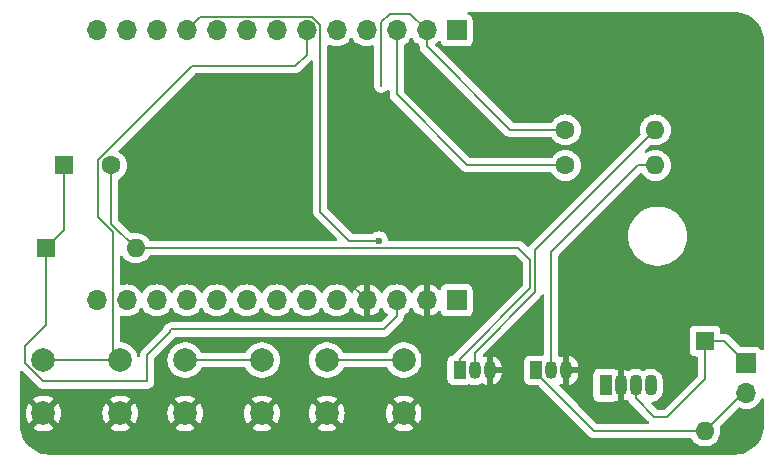
<source format=gbr>
%TF.GenerationSoftware,KiCad,Pcbnew,8.0.0*%
%TF.CreationDate,2024-09-30T23:01:36+02:00*%
%TF.ProjectId,TTGOPager,5454474f-5061-4676-9572-2e6b69636164,rev?*%
%TF.SameCoordinates,Original*%
%TF.FileFunction,Copper,L1,Top*%
%TF.FilePolarity,Positive*%
%FSLAX46Y46*%
G04 Gerber Fmt 4.6, Leading zero omitted, Abs format (unit mm)*
G04 Created by KiCad (PCBNEW 8.0.0) date 2024-09-30 23:01:36*
%MOMM*%
%LPD*%
G01*
G04 APERTURE LIST*
%TA.AperFunction,ComponentPad*%
%ADD10C,1.600000*%
%TD*%
%TA.AperFunction,ComponentPad*%
%ADD11O,1.600000X1.600000*%
%TD*%
%TA.AperFunction,ComponentPad*%
%ADD12R,1.600000X1.600000*%
%TD*%
%TA.AperFunction,ComponentPad*%
%ADD13O,1.700000X1.700000*%
%TD*%
%TA.AperFunction,ComponentPad*%
%ADD14R,1.700000X1.700000*%
%TD*%
%TA.AperFunction,ComponentPad*%
%ADD15C,2.000000*%
%TD*%
%TA.AperFunction,ComponentPad*%
%ADD16R,1.050000X1.500000*%
%TD*%
%TA.AperFunction,ComponentPad*%
%ADD17O,1.050000X1.500000*%
%TD*%
%TA.AperFunction,ComponentPad*%
%ADD18R,1.070000X1.800000*%
%TD*%
%TA.AperFunction,ComponentPad*%
%ADD19O,1.070000X1.800000*%
%TD*%
%TA.AperFunction,ViaPad*%
%ADD20C,0.600000*%
%TD*%
%TA.AperFunction,Conductor*%
%ADD21C,0.200000*%
%TD*%
G04 APERTURE END LIST*
D10*
%TO.P,R2,1*%
%TO.N,BUZZER*%
X162190000Y-41000000D03*
D11*
%TO.P,R2,2*%
%TO.N,Net-(Q1-B)*%
X169810000Y-41000000D03*
%TD*%
D10*
%TO.P,R1,1*%
%TO.N,MOTOR*%
X162190000Y-44000000D03*
D11*
%TO.P,R1,2*%
%TO.N,Net-(Q2-B)*%
X169810000Y-44000000D03*
%TD*%
%TO.P,D3,2,A*%
%TO.N,Net-(BZ1--)*%
X125810000Y-51000000D03*
D12*
%TO.P,D3,1,K*%
%TO.N,+3.3V*%
X118190000Y-51000000D03*
%TD*%
D13*
%TO.P,U1,26,IO36*%
%TO.N,Net-(J1-Pin_2)*%
X122500000Y-32570000D03*
%TO.P,U1,25,IO39*%
%TO.N,Net-(J1-Pin_1)*%
X125040000Y-32570000D03*
%TO.P,U1,24,RST*%
%TO.N,unconnected-(U1-RST-Pad24)*%
X127580000Y-32570000D03*
%TO.P,U1,23,IO34*%
%TO.N,DIO2*%
X130120000Y-32570000D03*
%TO.P,U1,22,IO35*%
%TO.N,DIO1*%
X132660000Y-32570000D03*
%TO.P,U1,21,IO14*%
%TO.N,Net-(J1-Pin_9)*%
X135200000Y-32570000D03*
%TO.P,U1,20,IO12*%
%TO.N,NEOPIXEL*%
X137740000Y-32570000D03*
%TO.P,U1,19,IO13*%
%TO.N,BTN_UP*%
X140280000Y-32570000D03*
%TO.P,U1,18,IO15*%
%TO.N,BTN_OK*%
X142820000Y-32570000D03*
%TO.P,U1,17,IO02*%
%TO.N,BTN_DOWN*%
X145360000Y-32570000D03*
%TO.P,U1,16,IO00*%
%TO.N,MOTOR*%
X147900000Y-32570000D03*
%TO.P,U1,15,IO04*%
%TO.N,BUZZER*%
X150440000Y-32570000D03*
D14*
%TO.P,U1,14,IO25*%
%TO.N,Net-(J1-Pin_4)*%
X152980000Y-32570000D03*
%TO.P,U1,13,5V*%
%TO.N,+5V*%
X152980000Y-55430000D03*
D13*
%TO.P,U1,12,GND*%
%TO.N,GND*%
X150440000Y-55430000D03*
%TO.P,U1,11,3.3V*%
%TO.N,+3.3V*%
X147900000Y-55430000D03*
%TO.P,U1,10,GND*%
%TO.N,GND*%
X145360000Y-55430000D03*
%TO.P,U1,9,IO26*%
%TO.N,Net-(J1-Pin_3)*%
X142820000Y-55430000D03*
%TO.P,U1,8,LoRa1*%
%TO.N,DIO1*%
X140280000Y-55430000D03*
%TO.P,U1,7,LoRa2*%
%TO.N,DIO2*%
X137740000Y-55430000D03*
%TO.P,U1,6,IO19*%
%TO.N,Net-(J1-Pin_8)*%
X135200000Y-55430000D03*
%TO.P,U1,5,IO23*%
%TO.N,Net-(J1-Pin_5)*%
X132660000Y-55430000D03*
%TO.P,U1,4,IO22*%
%TO.N,Net-(J1-Pin_6)*%
X130120000Y-55430000D03*
%TO.P,U1,3,RXD*%
%TO.N,unconnected-(U1-RXD-Pad3)*%
X127580000Y-55430000D03*
%TO.P,U1,2,TXD*%
%TO.N,unconnected-(U1-TXD-Pad2)*%
X125040000Y-55430000D03*
%TO.P,U1,1,IO21*%
%TO.N,Net-(J1-Pin_7)*%
X122500000Y-55430000D03*
%TD*%
D15*
%TO.P,SW3,2,2*%
%TO.N,GND*%
X136500000Y-65000000D03*
X130000000Y-65000000D03*
%TO.P,SW3,1,1*%
%TO.N,BTN_DOWN*%
X136500000Y-60500000D03*
X130000000Y-60500000D03*
%TD*%
%TO.P,SW2,1,1*%
%TO.N,BTN_UP*%
X118000000Y-60500000D03*
X124500000Y-60500000D03*
%TO.P,SW2,2,2*%
%TO.N,GND*%
X118000000Y-65000000D03*
X124500000Y-65000000D03*
%TD*%
%TO.P,SW1,2,2*%
%TO.N,GND*%
X148500000Y-65000000D03*
X142000000Y-65000000D03*
%TO.P,SW1,1,1*%
%TO.N,BTN_OK*%
X148500000Y-60500000D03*
X142000000Y-60500000D03*
%TD*%
D16*
%TO.P,Q2,1,C*%
%TO.N,Net-(D2-A)*%
X159730000Y-61360000D03*
D17*
%TO.P,Q2,2,B*%
%TO.N,Net-(Q2-B)*%
X161000000Y-61360000D03*
%TO.P,Q2,3,E*%
%TO.N,GND*%
X162270000Y-61360000D03*
%TD*%
D16*
%TO.P,Q1,1,C*%
%TO.N,Net-(BZ1--)*%
X153230000Y-61360000D03*
D17*
%TO.P,Q1,2,B*%
%TO.N,Net-(Q1-B)*%
X154500000Y-61360000D03*
%TO.P,Q1,3,E*%
%TO.N,GND*%
X155770000Y-61360000D03*
%TD*%
D14*
%TO.P,M1,1,+*%
%TO.N,+3.3V*%
X177500000Y-60725000D03*
D13*
%TO.P,M1,2,-*%
%TO.N,Net-(D2-A)*%
X177500000Y-63265000D03*
%TD*%
D11*
%TO.P,D2,2,A*%
%TO.N,Net-(D2-A)*%
X174000000Y-66500000D03*
D12*
%TO.P,D2,1,K*%
%TO.N,+3.3V*%
X174000000Y-58880000D03*
%TD*%
D18*
%TO.P,D1,1,DOUT*%
%TO.N,unconnected-(D1-DOUT-Pad1)*%
X165600000Y-62630000D03*
D19*
%TO.P,D1,2,GND*%
%TO.N,GND*%
X166870000Y-62630000D03*
%TO.P,D1,3,VDD*%
%TO.N,+3.3V*%
X168140000Y-62630000D03*
%TO.P,D1,4,DIN*%
%TO.N,NEOPIXEL*%
X169410000Y-62630000D03*
%TD*%
D12*
%TO.P,BZ1,1,+*%
%TO.N,+3.3V*%
X119747139Y-44000000D03*
D10*
%TO.P,BZ1,2,-*%
%TO.N,Net-(BZ1--)*%
X123747139Y-44000000D03*
%TD*%
D20*
%TO.N,GND*%
X143300000Y-41900000D03*
X135950000Y-39150000D03*
X138900000Y-45000000D03*
X135000000Y-52400000D03*
X143000000Y-53500000D03*
%TO.N,DIO2*%
X146400000Y-50400000D03*
%TD*%
D21*
%TO.N,Net-(Q2-B)*%
X161000000Y-51365635D02*
X168365635Y-44000000D01*
X161000000Y-61360000D02*
X161000000Y-51365635D01*
X168365635Y-44000000D02*
X169810000Y-44000000D01*
%TO.N,Net-(Q1-B)*%
X159600000Y-51210000D02*
X159600000Y-54765000D01*
X169810000Y-41000000D02*
X159600000Y-51210000D01*
%TO.N,MOTOR*%
X153900000Y-44000000D02*
X147900000Y-38000000D01*
X162190000Y-44000000D02*
X153900000Y-44000000D01*
%TO.N,BUZZER*%
X157500000Y-41000000D02*
X162190000Y-41000000D01*
X150440000Y-33940000D02*
X157500000Y-41000000D01*
X150440000Y-32570000D02*
X150440000Y-33940000D01*
%TO.N,GND*%
X138900000Y-42100000D02*
X135900000Y-39100000D01*
X138900000Y-45000000D02*
X138900000Y-42100000D01*
X136000000Y-52500000D02*
X135900000Y-52400000D01*
X137000000Y-53500000D02*
X136000000Y-52500000D01*
X135900000Y-52400000D02*
X135000000Y-52400000D01*
X143000000Y-53500000D02*
X137000000Y-53500000D01*
X143430000Y-53500000D02*
X143000000Y-53500000D01*
X145360000Y-55430000D02*
X143430000Y-53500000D01*
%TO.N,DIO2*%
X141430000Y-47930000D02*
X143900000Y-50400000D01*
X143900000Y-50400000D02*
X146400000Y-50400000D01*
X141430000Y-32093654D02*
X141430000Y-47930000D01*
X131270000Y-31420000D02*
X140756346Y-31420000D01*
X140756346Y-31420000D02*
X141430000Y-32093654D01*
X130120000Y-32570000D02*
X131270000Y-31420000D01*
%TO.N,+3.3V*%
X118190000Y-57510000D02*
X118190000Y-51000000D01*
X116400000Y-59300000D02*
X118190000Y-57510000D01*
X116400000Y-60738478D02*
X116400000Y-59300000D01*
X117961522Y-62300000D02*
X116400000Y-60738478D01*
X126800000Y-62300000D02*
X117961522Y-62300000D01*
X128700000Y-58138478D02*
X126800000Y-60038478D01*
X128800000Y-57900000D02*
X128700000Y-58000000D01*
X146800000Y-57900000D02*
X128800000Y-57900000D01*
X147900000Y-56800000D02*
X146800000Y-57900000D01*
X128700000Y-58000000D02*
X128700000Y-58138478D01*
X126800000Y-60038478D02*
X126800000Y-62300000D01*
X147900000Y-55430000D02*
X147900000Y-56800000D01*
%TO.N,BUZZER*%
X149070000Y-31200000D02*
X150440000Y-32570000D01*
X146600000Y-37265686D02*
X146600000Y-31900000D01*
X147300000Y-31200000D02*
X149070000Y-31200000D01*
X146600000Y-31900000D02*
X147300000Y-31200000D01*
%TO.N,Net-(Q1-B)*%
X154500000Y-59865000D02*
X159600000Y-54765000D01*
X154500000Y-61360000D02*
X154500000Y-59865000D01*
%TO.N,MOTOR*%
X147900000Y-38000000D02*
X147900000Y-32570000D01*
%TO.N,+3.3V*%
X168140000Y-63740000D02*
X168140000Y-62630000D01*
X169700000Y-65300000D02*
X168140000Y-63740000D01*
X170800000Y-65300000D02*
X169700000Y-65300000D01*
X174000000Y-62100000D02*
X170800000Y-65300000D01*
X174000000Y-58880000D02*
X174000000Y-62100000D01*
%TO.N,Net-(D2-A)*%
X159730000Y-61585000D02*
X159730000Y-61360000D01*
X164645000Y-66500000D02*
X159730000Y-61585000D01*
X174000000Y-66500000D02*
X164645000Y-66500000D01*
X177235000Y-63265000D02*
X177500000Y-63265000D01*
X174000000Y-66500000D02*
X177235000Y-63265000D01*
%TO.N,+3.3V*%
X175655000Y-58880000D02*
X177500000Y-60725000D01*
X174000000Y-58880000D02*
X175655000Y-58880000D01*
%TO.N,BTN_OK*%
X142000000Y-60500000D02*
X148500000Y-60500000D01*
%TO.N,BTN_DOWN*%
X130000000Y-60500000D02*
X136500000Y-60500000D01*
%TO.N,BTN_UP*%
X118000000Y-60500000D02*
X124500000Y-60500000D01*
X139300000Y-35600000D02*
X140280000Y-34620000D01*
X130591504Y-35600000D02*
X139300000Y-35600000D01*
X140280000Y-34620000D02*
X140280000Y-32570000D01*
X122647139Y-43544365D02*
X130591504Y-35600000D01*
X123890000Y-49645686D02*
X122647139Y-48402825D01*
X123890000Y-59890000D02*
X123890000Y-49645686D01*
X122647139Y-48402825D02*
X122647139Y-43544365D01*
X124500000Y-60500000D02*
X123890000Y-59890000D01*
%TO.N,Net-(BZ1--)*%
X153230000Y-60370000D02*
X153230000Y-61360000D01*
X158200000Y-51000000D02*
X159200000Y-52000000D01*
X159200000Y-52000000D02*
X159200000Y-54400000D01*
X159200000Y-54400000D02*
X153230000Y-60370000D01*
X125810000Y-51000000D02*
X158200000Y-51000000D01*
X123747139Y-48937139D02*
X125810000Y-51000000D01*
X123747139Y-44000000D02*
X123747139Y-48937139D01*
%TO.N,+3.3V*%
X119747139Y-49442861D02*
X118190000Y-51000000D01*
X119747139Y-44000000D02*
X119747139Y-49442861D01*
%TD*%
%TA.AperFunction,Conductor*%
%TO.N,GND*%
G36*
X157966942Y-51620185D02*
G01*
X157987584Y-51636819D01*
X158563181Y-52212416D01*
X158596666Y-52273739D01*
X158599500Y-52300097D01*
X158599500Y-54099902D01*
X158579815Y-54166941D01*
X158563181Y-54187583D01*
X152749482Y-60001281D01*
X152749478Y-60001287D01*
X152720474Y-60051522D01*
X152669906Y-60099737D01*
X152626343Y-60112810D01*
X152597516Y-60115909D01*
X152462671Y-60166202D01*
X152462664Y-60166206D01*
X152347455Y-60252452D01*
X152347452Y-60252455D01*
X152261206Y-60367664D01*
X152261202Y-60367671D01*
X152210908Y-60502517D01*
X152204501Y-60562116D01*
X152204500Y-60562135D01*
X152204500Y-62157870D01*
X152204501Y-62157876D01*
X152210908Y-62217483D01*
X152261202Y-62352328D01*
X152261206Y-62352335D01*
X152347452Y-62467544D01*
X152347455Y-62467547D01*
X152462664Y-62553793D01*
X152462671Y-62553797D01*
X152597517Y-62604091D01*
X152597516Y-62604091D01*
X152604444Y-62604835D01*
X152657127Y-62610500D01*
X153802872Y-62610499D01*
X153862483Y-62604091D01*
X153997331Y-62553796D01*
X153998430Y-62552972D01*
X153999717Y-62552492D01*
X154005112Y-62549547D01*
X154005535Y-62550322D01*
X154063887Y-62528552D01*
X154120198Y-62537673D01*
X154200873Y-62571091D01*
X154366777Y-62604091D01*
X154398992Y-62610499D01*
X154398996Y-62610500D01*
X154398997Y-62610500D01*
X154601004Y-62610500D01*
X154601005Y-62610499D01*
X154799127Y-62571091D01*
X154985756Y-62493786D01*
X155066562Y-62439792D01*
X155133234Y-62418917D01*
X155200614Y-62437401D01*
X155204340Y-62439795D01*
X155284479Y-62493343D01*
X155284486Y-62493347D01*
X155471016Y-62570609D01*
X155471025Y-62570612D01*
X155520000Y-62580353D01*
X155520000Y-61725865D01*
X155522383Y-61701671D01*
X155525500Y-61686002D01*
X155525500Y-61645830D01*
X155539745Y-61660075D01*
X155625255Y-61709444D01*
X155720630Y-61735000D01*
X155819370Y-61735000D01*
X155914745Y-61709444D01*
X156000255Y-61660075D01*
X156020000Y-61640330D01*
X156020000Y-62580352D01*
X156068974Y-62570612D01*
X156068983Y-62570609D01*
X156255513Y-62493347D01*
X156255526Y-62493340D01*
X156423399Y-62381170D01*
X156423403Y-62381167D01*
X156566167Y-62238403D01*
X156566170Y-62238399D01*
X156678340Y-62070526D01*
X156678347Y-62070513D01*
X156755609Y-61883983D01*
X156755612Y-61883974D01*
X156794999Y-61685958D01*
X156795000Y-61685955D01*
X156795000Y-61610000D01*
X156050330Y-61610000D01*
X156070075Y-61590255D01*
X156119444Y-61504745D01*
X156145000Y-61409370D01*
X156145000Y-61310630D01*
X156119444Y-61215255D01*
X156070075Y-61129745D01*
X156050330Y-61110000D01*
X156795000Y-61110000D01*
X156795000Y-61034045D01*
X156794999Y-61034041D01*
X156755612Y-60836025D01*
X156755609Y-60836016D01*
X156678347Y-60649486D01*
X156678340Y-60649473D01*
X156566170Y-60481600D01*
X156566167Y-60481596D01*
X156423403Y-60338832D01*
X156423399Y-60338829D01*
X156255526Y-60226659D01*
X156255513Y-60226652D01*
X156068984Y-60149390D01*
X156068977Y-60149388D01*
X156020000Y-60139645D01*
X156020000Y-61079670D01*
X156000255Y-61059925D01*
X155914745Y-61010556D01*
X155819370Y-60985000D01*
X155720630Y-60985000D01*
X155625255Y-61010556D01*
X155539745Y-61059925D01*
X155525500Y-61074170D01*
X155525500Y-61033995D01*
X155522383Y-61018326D01*
X155520000Y-60994134D01*
X155520000Y-60139646D01*
X155519999Y-60139645D01*
X155471022Y-60149388D01*
X155471015Y-60149390D01*
X155353573Y-60198036D01*
X155284103Y-60205505D01*
X155221624Y-60174229D01*
X155185973Y-60114140D01*
X155188467Y-60044315D01*
X155218438Y-59995796D01*
X159958506Y-55255727D01*
X159958511Y-55255724D01*
X159968714Y-55245520D01*
X159968716Y-55245520D01*
X160080520Y-55133716D01*
X160157432Y-55000500D01*
X160159577Y-54996785D01*
X160159578Y-54996777D01*
X160159580Y-54996776D01*
X160160939Y-54993498D01*
X160162830Y-54991151D01*
X160163651Y-54989730D01*
X160163872Y-54989857D01*
X160204779Y-54939094D01*
X160271073Y-54917029D01*
X160338773Y-54934308D01*
X160386384Y-54985445D01*
X160399500Y-55040950D01*
X160399500Y-59985500D01*
X160379815Y-60052539D01*
X160327011Y-60098294D01*
X160275500Y-60109500D01*
X159157129Y-60109500D01*
X159157123Y-60109501D01*
X159097516Y-60115908D01*
X158962671Y-60166202D01*
X158962664Y-60166206D01*
X158847455Y-60252452D01*
X158847452Y-60252455D01*
X158761206Y-60367664D01*
X158761202Y-60367671D01*
X158710908Y-60502517D01*
X158704501Y-60562116D01*
X158704500Y-60562135D01*
X158704500Y-62157870D01*
X158704501Y-62157876D01*
X158710908Y-62217483D01*
X158761202Y-62352328D01*
X158761206Y-62352335D01*
X158847452Y-62467544D01*
X158847455Y-62467547D01*
X158962664Y-62553793D01*
X158962671Y-62553797D01*
X158962674Y-62553798D01*
X159097517Y-62604091D01*
X159157127Y-62610500D01*
X159854902Y-62610499D01*
X159921941Y-62630183D01*
X159942582Y-62646817D01*
X164276284Y-66980520D01*
X164276286Y-66980521D01*
X164276290Y-66980524D01*
X164413209Y-67059573D01*
X164413216Y-67059577D01*
X164565943Y-67100501D01*
X164565945Y-67100501D01*
X164731654Y-67100501D01*
X164731670Y-67100500D01*
X172768308Y-67100500D01*
X172835347Y-67120185D01*
X172869880Y-67153374D01*
X172889019Y-67180707D01*
X172999954Y-67339141D01*
X173160858Y-67500045D01*
X173160861Y-67500047D01*
X173347266Y-67630568D01*
X173553504Y-67726739D01*
X173773308Y-67785635D01*
X173935230Y-67799801D01*
X173999998Y-67805468D01*
X174000000Y-67805468D01*
X174000002Y-67805468D01*
X174056673Y-67800509D01*
X174226692Y-67785635D01*
X174446496Y-67726739D01*
X174652734Y-67630568D01*
X174839139Y-67500047D01*
X175000047Y-67339139D01*
X175130568Y-67152734D01*
X175226739Y-66946496D01*
X175285635Y-66726692D01*
X175305468Y-66500000D01*
X175285635Y-66273308D01*
X175259847Y-66177066D01*
X175261510Y-66107217D01*
X175291939Y-66057294D01*
X176820811Y-64528422D01*
X176882132Y-64494939D01*
X176951824Y-64499923D01*
X176960888Y-64503720D01*
X177036337Y-64538903D01*
X177264592Y-64600063D01*
X177452918Y-64616539D01*
X177499999Y-64620659D01*
X177500000Y-64620659D01*
X177500001Y-64620659D01*
X177539234Y-64617226D01*
X177735408Y-64600063D01*
X177963663Y-64538903D01*
X178177830Y-64439035D01*
X178371401Y-64303495D01*
X178538495Y-64136401D01*
X178674035Y-63942830D01*
X178763118Y-63751790D01*
X178809290Y-63699352D01*
X178876484Y-63680200D01*
X178943365Y-63700416D01*
X178988700Y-63753581D01*
X178999500Y-63804196D01*
X178999500Y-65996251D01*
X178999274Y-66003738D01*
X178981728Y-66293796D01*
X178979923Y-66308661D01*
X178928219Y-66590799D01*
X178924635Y-66605337D01*
X178839306Y-66879168D01*
X178833997Y-66893169D01*
X178716275Y-67154737D01*
X178709316Y-67167996D01*
X178560928Y-67413460D01*
X178552422Y-67425783D01*
X178375525Y-67651574D01*
X178365595Y-67662782D01*
X178162781Y-67865596D01*
X178151573Y-67875526D01*
X177925781Y-68052423D01*
X177913458Y-68060929D01*
X177667995Y-68209316D01*
X177654736Y-68216275D01*
X177393168Y-68333997D01*
X177379167Y-68339306D01*
X177105335Y-68424635D01*
X177090797Y-68428219D01*
X176808659Y-68479923D01*
X176793794Y-68481728D01*
X176596447Y-68493666D01*
X176503696Y-68499276D01*
X176496223Y-68499502D01*
X118503749Y-68499502D01*
X118496262Y-68499276D01*
X118206203Y-68481730D01*
X118191338Y-68479925D01*
X117909200Y-68428221D01*
X117894662Y-68424637D01*
X117620831Y-68339308D01*
X117606830Y-68333999D01*
X117345262Y-68216277D01*
X117332003Y-68209318D01*
X117086539Y-68060930D01*
X117074216Y-68052424D01*
X116848424Y-67875527D01*
X116837216Y-67865597D01*
X116634402Y-67662783D01*
X116624472Y-67651575D01*
X116608013Y-67630567D01*
X116447571Y-67425777D01*
X116439073Y-67413466D01*
X116290678Y-67167990D01*
X116283725Y-67154744D01*
X116165998Y-66893164D01*
X116160691Y-66879168D01*
X116152094Y-66851580D01*
X116075361Y-66605336D01*
X116071778Y-66590799D01*
X116020074Y-66308661D01*
X116018269Y-66293796D01*
X116017029Y-66273303D01*
X116000724Y-66003738D01*
X116000498Y-65996251D01*
X116000498Y-65000005D01*
X116494859Y-65000005D01*
X116515385Y-65247729D01*
X116515387Y-65247738D01*
X116576412Y-65488717D01*
X116676266Y-65716364D01*
X116776564Y-65869882D01*
X117476212Y-65170234D01*
X117487482Y-65212292D01*
X117559890Y-65337708D01*
X117662292Y-65440110D01*
X117787708Y-65512518D01*
X117829765Y-65523787D01*
X117129942Y-66223609D01*
X117176768Y-66260055D01*
X117176770Y-66260056D01*
X117395385Y-66378364D01*
X117395396Y-66378369D01*
X117630506Y-66459083D01*
X117875707Y-66500000D01*
X118124293Y-66500000D01*
X118369493Y-66459083D01*
X118604603Y-66378369D01*
X118604614Y-66378364D01*
X118823228Y-66260057D01*
X118823231Y-66260055D01*
X118870056Y-66223609D01*
X118170234Y-65523787D01*
X118212292Y-65512518D01*
X118337708Y-65440110D01*
X118440110Y-65337708D01*
X118512518Y-65212292D01*
X118523787Y-65170235D01*
X119223434Y-65869882D01*
X119323731Y-65716369D01*
X119423587Y-65488717D01*
X119484612Y-65247738D01*
X119484614Y-65247729D01*
X119505141Y-65000005D01*
X122994859Y-65000005D01*
X123015385Y-65247729D01*
X123015387Y-65247738D01*
X123076412Y-65488717D01*
X123176266Y-65716364D01*
X123276564Y-65869882D01*
X123976212Y-65170234D01*
X123987482Y-65212292D01*
X124059890Y-65337708D01*
X124162292Y-65440110D01*
X124287708Y-65512518D01*
X124329765Y-65523787D01*
X123629942Y-66223609D01*
X123676768Y-66260055D01*
X123676770Y-66260056D01*
X123895385Y-66378364D01*
X123895396Y-66378369D01*
X124130506Y-66459083D01*
X124375707Y-66500000D01*
X124624293Y-66500000D01*
X124869493Y-66459083D01*
X125104603Y-66378369D01*
X125104614Y-66378364D01*
X125323228Y-66260057D01*
X125323231Y-66260055D01*
X125370056Y-66223609D01*
X124670234Y-65523787D01*
X124712292Y-65512518D01*
X124837708Y-65440110D01*
X124940110Y-65337708D01*
X125012518Y-65212292D01*
X125023787Y-65170235D01*
X125723434Y-65869882D01*
X125823731Y-65716369D01*
X125923587Y-65488717D01*
X125984612Y-65247738D01*
X125984614Y-65247729D01*
X126005141Y-65000005D01*
X128494859Y-65000005D01*
X128515385Y-65247729D01*
X128515387Y-65247738D01*
X128576412Y-65488717D01*
X128676266Y-65716364D01*
X128776564Y-65869882D01*
X129476212Y-65170234D01*
X129487482Y-65212292D01*
X129559890Y-65337708D01*
X129662292Y-65440110D01*
X129787708Y-65512518D01*
X129829765Y-65523787D01*
X129129942Y-66223609D01*
X129176768Y-66260055D01*
X129176770Y-66260056D01*
X129395385Y-66378364D01*
X129395396Y-66378369D01*
X129630506Y-66459083D01*
X129875707Y-66500000D01*
X130124293Y-66500000D01*
X130369493Y-66459083D01*
X130604603Y-66378369D01*
X130604614Y-66378364D01*
X130823228Y-66260057D01*
X130823231Y-66260055D01*
X130870056Y-66223609D01*
X130170234Y-65523787D01*
X130212292Y-65512518D01*
X130337708Y-65440110D01*
X130440110Y-65337708D01*
X130512518Y-65212292D01*
X130523787Y-65170235D01*
X131223434Y-65869882D01*
X131323731Y-65716369D01*
X131423587Y-65488717D01*
X131484612Y-65247738D01*
X131484614Y-65247729D01*
X131505141Y-65000005D01*
X134994859Y-65000005D01*
X135015385Y-65247729D01*
X135015387Y-65247738D01*
X135076412Y-65488717D01*
X135176266Y-65716364D01*
X135276564Y-65869882D01*
X135976212Y-65170234D01*
X135987482Y-65212292D01*
X136059890Y-65337708D01*
X136162292Y-65440110D01*
X136287708Y-65512518D01*
X136329765Y-65523787D01*
X135629942Y-66223609D01*
X135676768Y-66260055D01*
X135676770Y-66260056D01*
X135895385Y-66378364D01*
X135895396Y-66378369D01*
X136130506Y-66459083D01*
X136375707Y-66500000D01*
X136624293Y-66500000D01*
X136869493Y-66459083D01*
X137104603Y-66378369D01*
X137104614Y-66378364D01*
X137323228Y-66260057D01*
X137323231Y-66260055D01*
X137370056Y-66223609D01*
X136670234Y-65523787D01*
X136712292Y-65512518D01*
X136837708Y-65440110D01*
X136940110Y-65337708D01*
X137012518Y-65212292D01*
X137023787Y-65170235D01*
X137723434Y-65869882D01*
X137823731Y-65716369D01*
X137923587Y-65488717D01*
X137984612Y-65247738D01*
X137984614Y-65247729D01*
X138005141Y-65000005D01*
X140494859Y-65000005D01*
X140515385Y-65247729D01*
X140515387Y-65247738D01*
X140576412Y-65488717D01*
X140676266Y-65716364D01*
X140776564Y-65869882D01*
X141476212Y-65170234D01*
X141487482Y-65212292D01*
X141559890Y-65337708D01*
X141662292Y-65440110D01*
X141787708Y-65512518D01*
X141829765Y-65523787D01*
X141129942Y-66223609D01*
X141176768Y-66260055D01*
X141176770Y-66260056D01*
X141395385Y-66378364D01*
X141395396Y-66378369D01*
X141630506Y-66459083D01*
X141875707Y-66500000D01*
X142124293Y-66500000D01*
X142369493Y-66459083D01*
X142604603Y-66378369D01*
X142604614Y-66378364D01*
X142823228Y-66260057D01*
X142823231Y-66260055D01*
X142870056Y-66223609D01*
X142170234Y-65523787D01*
X142212292Y-65512518D01*
X142337708Y-65440110D01*
X142440110Y-65337708D01*
X142512518Y-65212292D01*
X142523787Y-65170235D01*
X143223434Y-65869882D01*
X143323731Y-65716369D01*
X143423587Y-65488717D01*
X143484612Y-65247738D01*
X143484614Y-65247729D01*
X143505141Y-65000005D01*
X146994859Y-65000005D01*
X147015385Y-65247729D01*
X147015387Y-65247738D01*
X147076412Y-65488717D01*
X147176266Y-65716364D01*
X147276564Y-65869882D01*
X147976212Y-65170234D01*
X147987482Y-65212292D01*
X148059890Y-65337708D01*
X148162292Y-65440110D01*
X148287708Y-65512518D01*
X148329765Y-65523787D01*
X147629942Y-66223609D01*
X147676768Y-66260055D01*
X147676770Y-66260056D01*
X147895385Y-66378364D01*
X147895396Y-66378369D01*
X148130506Y-66459083D01*
X148375707Y-66500000D01*
X148624293Y-66500000D01*
X148869493Y-66459083D01*
X149104603Y-66378369D01*
X149104614Y-66378364D01*
X149323228Y-66260057D01*
X149323231Y-66260055D01*
X149370056Y-66223609D01*
X148670234Y-65523787D01*
X148712292Y-65512518D01*
X148837708Y-65440110D01*
X148940110Y-65337708D01*
X149012518Y-65212292D01*
X149023787Y-65170235D01*
X149723434Y-65869882D01*
X149823731Y-65716369D01*
X149923587Y-65488717D01*
X149984612Y-65247738D01*
X149984614Y-65247729D01*
X150005141Y-65000005D01*
X150005141Y-64999994D01*
X149984614Y-64752270D01*
X149984612Y-64752261D01*
X149923587Y-64511282D01*
X149823731Y-64283630D01*
X149723434Y-64130116D01*
X149023787Y-64829764D01*
X149012518Y-64787708D01*
X148940110Y-64662292D01*
X148837708Y-64559890D01*
X148712292Y-64487482D01*
X148670235Y-64476212D01*
X149370057Y-63776390D01*
X149370056Y-63776389D01*
X149323229Y-63739943D01*
X149104614Y-63621635D01*
X149104603Y-63621630D01*
X148869493Y-63540916D01*
X148624293Y-63500000D01*
X148375707Y-63500000D01*
X148130506Y-63540916D01*
X147895396Y-63621630D01*
X147895390Y-63621632D01*
X147676761Y-63739949D01*
X147629942Y-63776388D01*
X147629942Y-63776390D01*
X148329765Y-64476212D01*
X148287708Y-64487482D01*
X148162292Y-64559890D01*
X148059890Y-64662292D01*
X147987482Y-64787708D01*
X147976212Y-64829764D01*
X147276564Y-64130116D01*
X147176267Y-64283632D01*
X147076412Y-64511282D01*
X147015387Y-64752261D01*
X147015385Y-64752270D01*
X146994859Y-64999994D01*
X146994859Y-65000005D01*
X143505141Y-65000005D01*
X143505141Y-64999994D01*
X143484614Y-64752270D01*
X143484612Y-64752261D01*
X143423587Y-64511282D01*
X143323731Y-64283630D01*
X143223434Y-64130116D01*
X142523787Y-64829764D01*
X142512518Y-64787708D01*
X142440110Y-64662292D01*
X142337708Y-64559890D01*
X142212292Y-64487482D01*
X142170235Y-64476212D01*
X142870057Y-63776390D01*
X142870056Y-63776389D01*
X142823229Y-63739943D01*
X142604614Y-63621635D01*
X142604603Y-63621630D01*
X142369493Y-63540916D01*
X142124293Y-63500000D01*
X141875707Y-63500000D01*
X141630506Y-63540916D01*
X141395396Y-63621630D01*
X141395390Y-63621632D01*
X141176761Y-63739949D01*
X141129942Y-63776388D01*
X141129942Y-63776390D01*
X141829765Y-64476212D01*
X141787708Y-64487482D01*
X141662292Y-64559890D01*
X141559890Y-64662292D01*
X141487482Y-64787708D01*
X141476212Y-64829764D01*
X140776564Y-64130116D01*
X140676267Y-64283632D01*
X140576412Y-64511282D01*
X140515387Y-64752261D01*
X140515385Y-64752270D01*
X140494859Y-64999994D01*
X140494859Y-65000005D01*
X138005141Y-65000005D01*
X138005141Y-64999994D01*
X137984614Y-64752270D01*
X137984612Y-64752261D01*
X137923587Y-64511282D01*
X137823731Y-64283630D01*
X137723434Y-64130116D01*
X137023787Y-64829764D01*
X137012518Y-64787708D01*
X136940110Y-64662292D01*
X136837708Y-64559890D01*
X136712292Y-64487482D01*
X136670235Y-64476212D01*
X137370057Y-63776390D01*
X137370056Y-63776389D01*
X137323229Y-63739943D01*
X137104614Y-63621635D01*
X137104603Y-63621630D01*
X136869493Y-63540916D01*
X136624293Y-63500000D01*
X136375707Y-63500000D01*
X136130506Y-63540916D01*
X135895396Y-63621630D01*
X135895390Y-63621632D01*
X135676761Y-63739949D01*
X135629942Y-63776388D01*
X135629942Y-63776390D01*
X136329765Y-64476212D01*
X136287708Y-64487482D01*
X136162292Y-64559890D01*
X136059890Y-64662292D01*
X135987482Y-64787708D01*
X135976212Y-64829764D01*
X135276564Y-64130116D01*
X135176267Y-64283632D01*
X135076412Y-64511282D01*
X135015387Y-64752261D01*
X135015385Y-64752270D01*
X134994859Y-64999994D01*
X134994859Y-65000005D01*
X131505141Y-65000005D01*
X131505141Y-64999994D01*
X131484614Y-64752270D01*
X131484612Y-64752261D01*
X131423587Y-64511282D01*
X131323731Y-64283630D01*
X131223434Y-64130116D01*
X130523787Y-64829764D01*
X130512518Y-64787708D01*
X130440110Y-64662292D01*
X130337708Y-64559890D01*
X130212292Y-64487482D01*
X130170235Y-64476212D01*
X130870057Y-63776390D01*
X130870056Y-63776389D01*
X130823229Y-63739943D01*
X130604614Y-63621635D01*
X130604603Y-63621630D01*
X130369493Y-63540916D01*
X130124293Y-63500000D01*
X129875707Y-63500000D01*
X129630506Y-63540916D01*
X129395396Y-63621630D01*
X129395390Y-63621632D01*
X129176761Y-63739949D01*
X129129942Y-63776388D01*
X129129942Y-63776390D01*
X129829765Y-64476212D01*
X129787708Y-64487482D01*
X129662292Y-64559890D01*
X129559890Y-64662292D01*
X129487482Y-64787708D01*
X129476212Y-64829764D01*
X128776564Y-64130116D01*
X128676267Y-64283632D01*
X128576412Y-64511282D01*
X128515387Y-64752261D01*
X128515385Y-64752270D01*
X128494859Y-64999994D01*
X128494859Y-65000005D01*
X126005141Y-65000005D01*
X126005141Y-64999994D01*
X125984614Y-64752270D01*
X125984612Y-64752261D01*
X125923587Y-64511282D01*
X125823731Y-64283630D01*
X125723434Y-64130116D01*
X125023787Y-64829764D01*
X125012518Y-64787708D01*
X124940110Y-64662292D01*
X124837708Y-64559890D01*
X124712292Y-64487482D01*
X124670235Y-64476212D01*
X125370057Y-63776390D01*
X125370056Y-63776389D01*
X125323229Y-63739943D01*
X125104614Y-63621635D01*
X125104603Y-63621630D01*
X124869493Y-63540916D01*
X124624293Y-63500000D01*
X124375707Y-63500000D01*
X124130506Y-63540916D01*
X123895396Y-63621630D01*
X123895390Y-63621632D01*
X123676761Y-63739949D01*
X123629942Y-63776388D01*
X123629942Y-63776390D01*
X124329765Y-64476212D01*
X124287708Y-64487482D01*
X124162292Y-64559890D01*
X124059890Y-64662292D01*
X123987482Y-64787708D01*
X123976212Y-64829764D01*
X123276564Y-64130116D01*
X123176267Y-64283632D01*
X123076412Y-64511282D01*
X123015387Y-64752261D01*
X123015385Y-64752270D01*
X122994859Y-64999994D01*
X122994859Y-65000005D01*
X119505141Y-65000005D01*
X119505141Y-64999994D01*
X119484614Y-64752270D01*
X119484612Y-64752261D01*
X119423587Y-64511282D01*
X119323731Y-64283630D01*
X119223434Y-64130116D01*
X118523787Y-64829764D01*
X118512518Y-64787708D01*
X118440110Y-64662292D01*
X118337708Y-64559890D01*
X118212292Y-64487482D01*
X118170235Y-64476212D01*
X118870057Y-63776390D01*
X118870056Y-63776389D01*
X118823229Y-63739943D01*
X118604614Y-63621635D01*
X118604603Y-63621630D01*
X118369493Y-63540916D01*
X118124293Y-63500000D01*
X117875707Y-63500000D01*
X117630506Y-63540916D01*
X117395396Y-63621630D01*
X117395390Y-63621632D01*
X117176761Y-63739949D01*
X117129942Y-63776388D01*
X117129942Y-63776390D01*
X117829765Y-64476212D01*
X117787708Y-64487482D01*
X117662292Y-64559890D01*
X117559890Y-64662292D01*
X117487482Y-64787708D01*
X117476212Y-64829764D01*
X116776564Y-64130116D01*
X116676267Y-64283632D01*
X116576412Y-64511282D01*
X116515387Y-64752261D01*
X116515385Y-64752270D01*
X116494859Y-64999994D01*
X116494859Y-65000005D01*
X116000498Y-65000005D01*
X116000498Y-61487573D01*
X116020183Y-61420534D01*
X116072987Y-61374779D01*
X116142145Y-61364835D01*
X116205701Y-61393860D01*
X116212177Y-61399890D01*
X117592806Y-62780520D01*
X117592808Y-62780521D01*
X117592812Y-62780524D01*
X117693399Y-62838597D01*
X117729738Y-62859577D01*
X117882465Y-62900501D01*
X117882467Y-62900501D01*
X118048176Y-62900501D01*
X118048192Y-62900500D01*
X126879055Y-62900500D01*
X126879057Y-62900500D01*
X127031784Y-62859577D01*
X127168716Y-62780520D01*
X127280520Y-62668716D01*
X127359577Y-62531784D01*
X127400500Y-62379057D01*
X127400500Y-60500005D01*
X128494357Y-60500005D01*
X128514890Y-60747812D01*
X128514892Y-60747824D01*
X128575936Y-60988881D01*
X128675826Y-61216606D01*
X128811833Y-61424782D01*
X128811836Y-61424785D01*
X128980256Y-61607738D01*
X129176491Y-61760474D01*
X129176493Y-61760475D01*
X129373226Y-61866942D01*
X129395190Y-61878828D01*
X129630386Y-61959571D01*
X129875665Y-62000500D01*
X130124335Y-62000500D01*
X130369614Y-61959571D01*
X130604810Y-61878828D01*
X130823509Y-61760474D01*
X131019744Y-61607738D01*
X131188164Y-61424785D01*
X131324173Y-61216607D01*
X131342560Y-61174689D01*
X131387517Y-61121204D01*
X131454253Y-61100514D01*
X131456116Y-61100500D01*
X135043884Y-61100500D01*
X135110923Y-61120185D01*
X135156678Y-61172989D01*
X135157440Y-61174689D01*
X135175827Y-61216608D01*
X135311833Y-61424782D01*
X135311836Y-61424785D01*
X135480256Y-61607738D01*
X135676491Y-61760474D01*
X135676493Y-61760475D01*
X135873226Y-61866942D01*
X135895190Y-61878828D01*
X136130386Y-61959571D01*
X136375665Y-62000500D01*
X136624335Y-62000500D01*
X136869614Y-61959571D01*
X137104810Y-61878828D01*
X137323509Y-61760474D01*
X137519744Y-61607738D01*
X137688164Y-61424785D01*
X137824173Y-61216607D01*
X137924063Y-60988881D01*
X137985108Y-60747821D01*
X137985109Y-60747812D01*
X138005643Y-60500005D01*
X140494357Y-60500005D01*
X140514890Y-60747812D01*
X140514892Y-60747824D01*
X140575936Y-60988881D01*
X140675826Y-61216606D01*
X140811833Y-61424782D01*
X140811836Y-61424785D01*
X140980256Y-61607738D01*
X141176491Y-61760474D01*
X141176493Y-61760475D01*
X141373226Y-61866942D01*
X141395190Y-61878828D01*
X141630386Y-61959571D01*
X141875665Y-62000500D01*
X142124335Y-62000500D01*
X142369614Y-61959571D01*
X142604810Y-61878828D01*
X142823509Y-61760474D01*
X143019744Y-61607738D01*
X143188164Y-61424785D01*
X143324173Y-61216607D01*
X143342560Y-61174689D01*
X143387517Y-61121204D01*
X143454253Y-61100514D01*
X143456116Y-61100500D01*
X147043884Y-61100500D01*
X147110923Y-61120185D01*
X147156678Y-61172989D01*
X147157440Y-61174689D01*
X147175827Y-61216608D01*
X147311833Y-61424782D01*
X147311836Y-61424785D01*
X147480256Y-61607738D01*
X147676491Y-61760474D01*
X147676493Y-61760475D01*
X147873226Y-61866942D01*
X147895190Y-61878828D01*
X148130386Y-61959571D01*
X148375665Y-62000500D01*
X148624335Y-62000500D01*
X148869614Y-61959571D01*
X149104810Y-61878828D01*
X149323509Y-61760474D01*
X149519744Y-61607738D01*
X149688164Y-61424785D01*
X149824173Y-61216607D01*
X149924063Y-60988881D01*
X149985108Y-60747821D01*
X149985109Y-60747812D01*
X150005643Y-60500005D01*
X150005643Y-60499994D01*
X149985109Y-60252187D01*
X149985107Y-60252175D01*
X149924063Y-60011118D01*
X149824173Y-59783393D01*
X149688166Y-59575217D01*
X149634989Y-59517452D01*
X149519744Y-59392262D01*
X149323509Y-59239526D01*
X149323507Y-59239525D01*
X149323506Y-59239524D01*
X149104811Y-59121172D01*
X149104802Y-59121169D01*
X148869616Y-59040429D01*
X148624335Y-58999500D01*
X148375665Y-58999500D01*
X148130383Y-59040429D01*
X147895197Y-59121169D01*
X147895188Y-59121172D01*
X147676493Y-59239524D01*
X147480257Y-59392261D01*
X147311833Y-59575217D01*
X147175827Y-59783391D01*
X147157440Y-59825311D01*
X147112483Y-59878796D01*
X147045747Y-59899486D01*
X147043884Y-59899500D01*
X143456116Y-59899500D01*
X143389077Y-59879815D01*
X143343322Y-59827011D01*
X143342560Y-59825311D01*
X143325967Y-59787483D01*
X143324173Y-59783393D01*
X143287901Y-59727874D01*
X143188166Y-59575217D01*
X143134989Y-59517452D01*
X143019744Y-59392262D01*
X142823509Y-59239526D01*
X142823507Y-59239525D01*
X142823506Y-59239524D01*
X142604811Y-59121172D01*
X142604802Y-59121169D01*
X142369616Y-59040429D01*
X142124335Y-58999500D01*
X141875665Y-58999500D01*
X141630383Y-59040429D01*
X141395197Y-59121169D01*
X141395188Y-59121172D01*
X141176493Y-59239524D01*
X140980257Y-59392261D01*
X140811833Y-59575217D01*
X140675826Y-59783393D01*
X140575936Y-60011118D01*
X140514892Y-60252175D01*
X140514890Y-60252187D01*
X140494357Y-60499994D01*
X140494357Y-60500005D01*
X138005643Y-60500005D01*
X138005643Y-60499994D01*
X137985109Y-60252187D01*
X137985107Y-60252175D01*
X137924063Y-60011118D01*
X137824173Y-59783393D01*
X137688166Y-59575217D01*
X137634989Y-59517452D01*
X137519744Y-59392262D01*
X137323509Y-59239526D01*
X137323507Y-59239525D01*
X137323506Y-59239524D01*
X137104811Y-59121172D01*
X137104802Y-59121169D01*
X136869616Y-59040429D01*
X136624335Y-58999500D01*
X136375665Y-58999500D01*
X136130383Y-59040429D01*
X135895197Y-59121169D01*
X135895188Y-59121172D01*
X135676493Y-59239524D01*
X135480257Y-59392261D01*
X135311833Y-59575217D01*
X135175827Y-59783391D01*
X135157440Y-59825311D01*
X135112483Y-59878796D01*
X135045747Y-59899486D01*
X135043884Y-59899500D01*
X131456116Y-59899500D01*
X131389077Y-59879815D01*
X131343322Y-59827011D01*
X131342560Y-59825311D01*
X131325967Y-59787483D01*
X131324173Y-59783393D01*
X131287901Y-59727874D01*
X131188166Y-59575217D01*
X131134989Y-59517452D01*
X131019744Y-59392262D01*
X130823509Y-59239526D01*
X130823507Y-59239525D01*
X130823506Y-59239524D01*
X130604811Y-59121172D01*
X130604802Y-59121169D01*
X130369616Y-59040429D01*
X130124335Y-58999500D01*
X129875665Y-58999500D01*
X129630383Y-59040429D01*
X129395197Y-59121169D01*
X129395188Y-59121172D01*
X129176493Y-59239524D01*
X128980257Y-59392261D01*
X128811833Y-59575217D01*
X128675826Y-59783393D01*
X128575936Y-60011118D01*
X128514892Y-60252175D01*
X128514890Y-60252187D01*
X128494357Y-60499994D01*
X128494357Y-60500005D01*
X127400500Y-60500005D01*
X127400500Y-60338575D01*
X127420185Y-60271536D01*
X127436819Y-60250894D01*
X129150896Y-58536819D01*
X129212219Y-58503334D01*
X129238577Y-58500500D01*
X146713331Y-58500500D01*
X146713347Y-58500501D01*
X146720943Y-58500501D01*
X146879054Y-58500501D01*
X146879057Y-58500501D01*
X147031785Y-58459577D01*
X147081904Y-58430639D01*
X147168716Y-58380520D01*
X147280520Y-58268716D01*
X147280520Y-58268714D01*
X147290728Y-58258507D01*
X147290730Y-58258504D01*
X148268713Y-57280521D01*
X148268716Y-57280520D01*
X148380520Y-57168716D01*
X148430639Y-57081904D01*
X148459577Y-57031785D01*
X148500501Y-56879057D01*
X148500501Y-56720943D01*
X148500501Y-56719090D01*
X148520186Y-56652051D01*
X148572099Y-56606706D01*
X148577830Y-56604035D01*
X148771401Y-56468495D01*
X148938495Y-56301401D01*
X149068730Y-56115405D01*
X149123307Y-56071781D01*
X149192805Y-56064587D01*
X149255160Y-56096110D01*
X149271879Y-56115405D01*
X149401890Y-56301078D01*
X149568917Y-56468105D01*
X149762421Y-56603600D01*
X149976507Y-56703429D01*
X149976516Y-56703433D01*
X150190000Y-56760634D01*
X150190000Y-55863012D01*
X150247007Y-55895925D01*
X150374174Y-55930000D01*
X150505826Y-55930000D01*
X150632993Y-55895925D01*
X150690000Y-55863012D01*
X150690000Y-56760633D01*
X150903483Y-56703433D01*
X150903492Y-56703429D01*
X151117578Y-56603600D01*
X151311078Y-56468108D01*
X151433133Y-56346053D01*
X151494456Y-56312568D01*
X151564148Y-56317552D01*
X151620082Y-56359423D01*
X151636997Y-56390401D01*
X151686202Y-56522328D01*
X151686206Y-56522335D01*
X151772452Y-56637544D01*
X151772455Y-56637547D01*
X151887664Y-56723793D01*
X151887671Y-56723797D01*
X152022517Y-56774091D01*
X152022516Y-56774091D01*
X152029444Y-56774835D01*
X152082127Y-56780500D01*
X153877872Y-56780499D01*
X153937483Y-56774091D01*
X154072331Y-56723796D01*
X154187546Y-56637546D01*
X154273796Y-56522331D01*
X154324091Y-56387483D01*
X154330500Y-56327873D01*
X154330499Y-54532128D01*
X154324091Y-54472517D01*
X154323002Y-54469598D01*
X154273797Y-54337671D01*
X154273793Y-54337664D01*
X154187547Y-54222455D01*
X154187544Y-54222452D01*
X154072335Y-54136206D01*
X154072328Y-54136202D01*
X153937482Y-54085908D01*
X153937483Y-54085908D01*
X153877883Y-54079501D01*
X153877881Y-54079500D01*
X153877873Y-54079500D01*
X153877864Y-54079500D01*
X152082129Y-54079500D01*
X152082123Y-54079501D01*
X152022516Y-54085908D01*
X151887671Y-54136202D01*
X151887664Y-54136206D01*
X151772455Y-54222452D01*
X151772452Y-54222455D01*
X151686206Y-54337664D01*
X151686202Y-54337671D01*
X151636997Y-54469598D01*
X151595126Y-54525532D01*
X151529661Y-54549949D01*
X151461388Y-54535097D01*
X151433134Y-54513946D01*
X151311082Y-54391894D01*
X151117578Y-54256399D01*
X150903492Y-54156570D01*
X150903486Y-54156567D01*
X150690000Y-54099364D01*
X150690000Y-54996988D01*
X150632993Y-54964075D01*
X150505826Y-54930000D01*
X150374174Y-54930000D01*
X150247007Y-54964075D01*
X150190000Y-54996988D01*
X150190000Y-54099364D01*
X150189999Y-54099364D01*
X149976513Y-54156567D01*
X149976507Y-54156570D01*
X149762422Y-54256399D01*
X149762420Y-54256400D01*
X149568926Y-54391886D01*
X149568920Y-54391891D01*
X149401891Y-54558920D01*
X149401890Y-54558922D01*
X149271880Y-54744595D01*
X149217303Y-54788219D01*
X149147804Y-54795412D01*
X149085450Y-54763890D01*
X149068730Y-54744594D01*
X148938494Y-54558597D01*
X148771402Y-54391506D01*
X148771395Y-54391501D01*
X148577834Y-54255967D01*
X148577830Y-54255965D01*
X148513094Y-54225778D01*
X148363663Y-54156097D01*
X148363659Y-54156096D01*
X148363655Y-54156094D01*
X148135413Y-54094938D01*
X148135403Y-54094936D01*
X147900001Y-54074341D01*
X147899999Y-54074341D01*
X147664596Y-54094936D01*
X147664586Y-54094938D01*
X147436344Y-54156094D01*
X147436335Y-54156098D01*
X147222171Y-54255964D01*
X147222169Y-54255965D01*
X147028597Y-54391505D01*
X146861508Y-54558594D01*
X146731269Y-54744595D01*
X146676692Y-54788219D01*
X146607193Y-54795412D01*
X146544839Y-54763890D01*
X146528119Y-54744594D01*
X146398113Y-54558926D01*
X146398108Y-54558920D01*
X146231082Y-54391894D01*
X146037578Y-54256399D01*
X145823492Y-54156570D01*
X145823486Y-54156567D01*
X145610000Y-54099364D01*
X145610000Y-54996988D01*
X145552993Y-54964075D01*
X145425826Y-54930000D01*
X145294174Y-54930000D01*
X145167007Y-54964075D01*
X145110000Y-54996988D01*
X145110000Y-54099364D01*
X145109999Y-54099364D01*
X144896513Y-54156567D01*
X144896507Y-54156570D01*
X144682422Y-54256399D01*
X144682420Y-54256400D01*
X144488926Y-54391886D01*
X144488920Y-54391891D01*
X144321891Y-54558920D01*
X144321890Y-54558922D01*
X144191880Y-54744595D01*
X144137303Y-54788219D01*
X144067804Y-54795412D01*
X144005450Y-54763890D01*
X143988730Y-54744594D01*
X143858494Y-54558597D01*
X143691402Y-54391506D01*
X143691395Y-54391501D01*
X143497834Y-54255967D01*
X143497830Y-54255965D01*
X143433094Y-54225778D01*
X143283663Y-54156097D01*
X143283659Y-54156096D01*
X143283655Y-54156094D01*
X143055413Y-54094938D01*
X143055403Y-54094936D01*
X142820001Y-54074341D01*
X142819999Y-54074341D01*
X142584596Y-54094936D01*
X142584586Y-54094938D01*
X142356344Y-54156094D01*
X142356335Y-54156098D01*
X142142171Y-54255964D01*
X142142169Y-54255965D01*
X141948597Y-54391505D01*
X141781505Y-54558597D01*
X141651575Y-54744158D01*
X141596998Y-54787783D01*
X141527500Y-54794977D01*
X141465145Y-54763454D01*
X141448425Y-54744158D01*
X141318494Y-54558597D01*
X141151402Y-54391506D01*
X141151395Y-54391501D01*
X140957834Y-54255967D01*
X140957830Y-54255965D01*
X140893094Y-54225778D01*
X140743663Y-54156097D01*
X140743659Y-54156096D01*
X140743655Y-54156094D01*
X140515413Y-54094938D01*
X140515403Y-54094936D01*
X140280001Y-54074341D01*
X140279999Y-54074341D01*
X140044596Y-54094936D01*
X140044586Y-54094938D01*
X139816344Y-54156094D01*
X139816335Y-54156098D01*
X139602171Y-54255964D01*
X139602169Y-54255965D01*
X139408597Y-54391505D01*
X139241505Y-54558597D01*
X139111575Y-54744158D01*
X139056998Y-54787783D01*
X138987500Y-54794977D01*
X138925145Y-54763454D01*
X138908425Y-54744158D01*
X138778494Y-54558597D01*
X138611402Y-54391506D01*
X138611395Y-54391501D01*
X138417834Y-54255967D01*
X138417830Y-54255965D01*
X138353094Y-54225778D01*
X138203663Y-54156097D01*
X138203659Y-54156096D01*
X138203655Y-54156094D01*
X137975413Y-54094938D01*
X137975403Y-54094936D01*
X137740001Y-54074341D01*
X137739999Y-54074341D01*
X137504596Y-54094936D01*
X137504586Y-54094938D01*
X137276344Y-54156094D01*
X137276335Y-54156098D01*
X137062171Y-54255964D01*
X137062169Y-54255965D01*
X136868597Y-54391505D01*
X136701505Y-54558597D01*
X136571575Y-54744158D01*
X136516998Y-54787783D01*
X136447500Y-54794977D01*
X136385145Y-54763454D01*
X136368425Y-54744158D01*
X136238494Y-54558597D01*
X136071402Y-54391506D01*
X136071395Y-54391501D01*
X135877834Y-54255967D01*
X135877830Y-54255965D01*
X135813094Y-54225778D01*
X135663663Y-54156097D01*
X135663659Y-54156096D01*
X135663655Y-54156094D01*
X135435413Y-54094938D01*
X135435403Y-54094936D01*
X135200001Y-54074341D01*
X135199999Y-54074341D01*
X134964596Y-54094936D01*
X134964586Y-54094938D01*
X134736344Y-54156094D01*
X134736335Y-54156098D01*
X134522171Y-54255964D01*
X134522169Y-54255965D01*
X134328597Y-54391505D01*
X134161505Y-54558597D01*
X134031575Y-54744158D01*
X133976998Y-54787783D01*
X133907500Y-54794977D01*
X133845145Y-54763454D01*
X133828425Y-54744158D01*
X133698494Y-54558597D01*
X133531402Y-54391506D01*
X133531395Y-54391501D01*
X133337834Y-54255967D01*
X133337830Y-54255965D01*
X133273094Y-54225778D01*
X133123663Y-54156097D01*
X133123659Y-54156096D01*
X133123655Y-54156094D01*
X132895413Y-54094938D01*
X132895403Y-54094936D01*
X132660001Y-54074341D01*
X132659999Y-54074341D01*
X132424596Y-54094936D01*
X132424586Y-54094938D01*
X132196344Y-54156094D01*
X132196335Y-54156098D01*
X131982171Y-54255964D01*
X131982169Y-54255965D01*
X131788597Y-54391505D01*
X131621505Y-54558597D01*
X131491575Y-54744158D01*
X131436998Y-54787783D01*
X131367500Y-54794977D01*
X131305145Y-54763454D01*
X131288425Y-54744158D01*
X131158494Y-54558597D01*
X130991402Y-54391506D01*
X130991395Y-54391501D01*
X130797834Y-54255967D01*
X130797830Y-54255965D01*
X130733094Y-54225778D01*
X130583663Y-54156097D01*
X130583659Y-54156096D01*
X130583655Y-54156094D01*
X130355413Y-54094938D01*
X130355403Y-54094936D01*
X130120001Y-54074341D01*
X130119999Y-54074341D01*
X129884596Y-54094936D01*
X129884586Y-54094938D01*
X129656344Y-54156094D01*
X129656335Y-54156098D01*
X129442171Y-54255964D01*
X129442169Y-54255965D01*
X129248597Y-54391505D01*
X129081505Y-54558597D01*
X128951575Y-54744158D01*
X128896998Y-54787783D01*
X128827500Y-54794977D01*
X128765145Y-54763454D01*
X128748425Y-54744158D01*
X128618494Y-54558597D01*
X128451402Y-54391506D01*
X128451395Y-54391501D01*
X128257834Y-54255967D01*
X128257830Y-54255965D01*
X128193094Y-54225778D01*
X128043663Y-54156097D01*
X128043659Y-54156096D01*
X128043655Y-54156094D01*
X127815413Y-54094938D01*
X127815403Y-54094936D01*
X127580001Y-54074341D01*
X127579999Y-54074341D01*
X127344596Y-54094936D01*
X127344586Y-54094938D01*
X127116344Y-54156094D01*
X127116335Y-54156098D01*
X126902171Y-54255964D01*
X126902169Y-54255965D01*
X126708597Y-54391505D01*
X126541505Y-54558597D01*
X126411575Y-54744158D01*
X126356998Y-54787783D01*
X126287500Y-54794977D01*
X126225145Y-54763454D01*
X126208425Y-54744158D01*
X126078494Y-54558597D01*
X125911402Y-54391506D01*
X125911395Y-54391501D01*
X125717834Y-54255967D01*
X125717830Y-54255965D01*
X125653094Y-54225778D01*
X125503663Y-54156097D01*
X125503659Y-54156096D01*
X125503655Y-54156094D01*
X125275413Y-54094938D01*
X125275403Y-54094936D01*
X125040001Y-54074341D01*
X125039999Y-54074341D01*
X124804596Y-54094936D01*
X124804583Y-54094939D01*
X124646592Y-54137271D01*
X124576742Y-54135608D01*
X124518880Y-54096445D01*
X124491377Y-54032216D01*
X124490500Y-54017496D01*
X124490500Y-51776188D01*
X124510185Y-51709149D01*
X124562989Y-51663394D01*
X124632147Y-51653450D01*
X124695703Y-51682475D01*
X124716071Y-51705060D01*
X124765875Y-51776188D01*
X124809955Y-51839142D01*
X124970858Y-52000045D01*
X124970861Y-52000047D01*
X125157266Y-52130568D01*
X125363504Y-52226739D01*
X125583308Y-52285635D01*
X125745230Y-52299801D01*
X125809998Y-52305468D01*
X125810000Y-52305468D01*
X125810002Y-52305468D01*
X125871391Y-52300097D01*
X126036692Y-52285635D01*
X126256496Y-52226739D01*
X126462734Y-52130568D01*
X126649139Y-52000047D01*
X126810047Y-51839139D01*
X126940118Y-51653375D01*
X126994693Y-51609752D01*
X127041692Y-51600500D01*
X157899903Y-51600500D01*
X157966942Y-51620185D01*
G37*
%TD.AperFunction*%
%TA.AperFunction,Conductor*%
G36*
X176503736Y-31000726D02*
G01*
X176793796Y-31018271D01*
X176808657Y-31020075D01*
X177090787Y-31071778D01*
X177090798Y-31071780D01*
X177105335Y-31075363D01*
X177379172Y-31160695D01*
X177393163Y-31166000D01*
X177654743Y-31283727D01*
X177667989Y-31290680D01*
X177913465Y-31439075D01*
X177925776Y-31447573D01*
X178131929Y-31609083D01*
X178151573Y-31624473D01*
X178162781Y-31634403D01*
X178365596Y-31837218D01*
X178375526Y-31848426D01*
X178409798Y-31892171D01*
X178495481Y-32001538D01*
X178552422Y-32074217D01*
X178560928Y-32086540D01*
X178709316Y-32332004D01*
X178716275Y-32345263D01*
X178833997Y-32606831D01*
X178839306Y-32620832D01*
X178924635Y-32894663D01*
X178928219Y-32909201D01*
X178979923Y-33191340D01*
X178981728Y-33206205D01*
X178999274Y-33496263D01*
X178999500Y-33503750D01*
X178999500Y-59534897D01*
X178979815Y-59601936D01*
X178927011Y-59647691D01*
X178857853Y-59657635D01*
X178794297Y-59628610D01*
X178776234Y-59609208D01*
X178707547Y-59517455D01*
X178707544Y-59517452D01*
X178592335Y-59431206D01*
X178592328Y-59431202D01*
X178457482Y-59380908D01*
X178457483Y-59380908D01*
X178397883Y-59374501D01*
X178397881Y-59374500D01*
X178397873Y-59374500D01*
X178397865Y-59374500D01*
X177050097Y-59374500D01*
X176983058Y-59354815D01*
X176962416Y-59338181D01*
X176142590Y-58518355D01*
X176142588Y-58518352D01*
X176023717Y-58399481D01*
X176023716Y-58399480D01*
X175936904Y-58349360D01*
X175936904Y-58349359D01*
X175936900Y-58349358D01*
X175886785Y-58320423D01*
X175734057Y-58279499D01*
X175575943Y-58279499D01*
X175568347Y-58279499D01*
X175568331Y-58279500D01*
X175424499Y-58279500D01*
X175357460Y-58259815D01*
X175311705Y-58207011D01*
X175300499Y-58155500D01*
X175300499Y-58032129D01*
X175300498Y-58032123D01*
X175300497Y-58032116D01*
X175294091Y-57972517D01*
X175267721Y-57901816D01*
X175243797Y-57837671D01*
X175243793Y-57837664D01*
X175157547Y-57722455D01*
X175157544Y-57722452D01*
X175042335Y-57636206D01*
X175042328Y-57636202D01*
X174907482Y-57585908D01*
X174907483Y-57585908D01*
X174847883Y-57579501D01*
X174847881Y-57579500D01*
X174847873Y-57579500D01*
X174847864Y-57579500D01*
X173152129Y-57579500D01*
X173152123Y-57579501D01*
X173092516Y-57585908D01*
X172957671Y-57636202D01*
X172957664Y-57636206D01*
X172842455Y-57722452D01*
X172842452Y-57722455D01*
X172756206Y-57837664D01*
X172756202Y-57837671D01*
X172705908Y-57972517D01*
X172703973Y-57990520D01*
X172699501Y-58032123D01*
X172699500Y-58032135D01*
X172699500Y-59727870D01*
X172699501Y-59727872D01*
X172705908Y-59787483D01*
X172756202Y-59922328D01*
X172756206Y-59922335D01*
X172842452Y-60037544D01*
X172842455Y-60037547D01*
X172957664Y-60123793D01*
X172957671Y-60123797D01*
X172986212Y-60134442D01*
X173092517Y-60174091D01*
X173152127Y-60180500D01*
X173275500Y-60180499D01*
X173342539Y-60200183D01*
X173388294Y-60252987D01*
X173399500Y-60304499D01*
X173399500Y-61799903D01*
X173379815Y-61866942D01*
X173363181Y-61887584D01*
X170587584Y-64663181D01*
X170526261Y-64696666D01*
X170499903Y-64699500D01*
X170000097Y-64699500D01*
X169933058Y-64679815D01*
X169912416Y-64663181D01*
X169482308Y-64233073D01*
X169448823Y-64171750D01*
X169453807Y-64102058D01*
X169495679Y-64046125D01*
X169545798Y-64023775D01*
X169600829Y-64012828D01*
X169712044Y-63990706D01*
X169900493Y-63912648D01*
X170070093Y-63799325D01*
X170214325Y-63655093D01*
X170327648Y-63485493D01*
X170405706Y-63297044D01*
X170427571Y-63187122D01*
X170445500Y-63096990D01*
X170445500Y-62163009D01*
X170405707Y-61962961D01*
X170405706Y-61962960D01*
X170405706Y-61962956D01*
X170404304Y-61959571D01*
X170327651Y-61774513D01*
X170327644Y-61774500D01*
X170214325Y-61604907D01*
X170214322Y-61604903D01*
X170070096Y-61460677D01*
X170070092Y-61460674D01*
X169900499Y-61347355D01*
X169900486Y-61347348D01*
X169712048Y-61269295D01*
X169712038Y-61269292D01*
X169511990Y-61229500D01*
X169511988Y-61229500D01*
X169308012Y-61229500D01*
X169308010Y-61229500D01*
X169107961Y-61269292D01*
X169107951Y-61269295D01*
X168919509Y-61347350D01*
X168843891Y-61397877D01*
X168777213Y-61418755D01*
X168709833Y-61400270D01*
X168706109Y-61397877D01*
X168671540Y-61374779D01*
X168630493Y-61347352D01*
X168630492Y-61347351D01*
X168630490Y-61347350D01*
X168442048Y-61269295D01*
X168442038Y-61269292D01*
X168241990Y-61229500D01*
X168241988Y-61229500D01*
X168038012Y-61229500D01*
X168038010Y-61229500D01*
X167837961Y-61269292D01*
X167837951Y-61269295D01*
X167649511Y-61347349D01*
X167573438Y-61398178D01*
X167506760Y-61419054D01*
X167439380Y-61400568D01*
X167435659Y-61398177D01*
X167360254Y-61347794D01*
X167171896Y-61269773D01*
X167171893Y-61269772D01*
X167120000Y-61259449D01*
X167120000Y-62072876D01*
X167117617Y-62097068D01*
X167104500Y-62163010D01*
X167104500Y-62245773D01*
X167043694Y-62210667D01*
X166929244Y-62180000D01*
X166810756Y-62180000D01*
X166696306Y-62210667D01*
X166635499Y-62245773D01*
X166635499Y-61682128D01*
X166629091Y-61622517D01*
X166627818Y-61619103D01*
X166620000Y-61575771D01*
X166620000Y-61259450D01*
X166619999Y-61259449D01*
X166568106Y-61269772D01*
X166568099Y-61269774D01*
X166496393Y-61299476D01*
X166426924Y-61306945D01*
X166385867Y-61289074D01*
X166385114Y-61290454D01*
X166377328Y-61286202D01*
X166242482Y-61235908D01*
X166242483Y-61235908D01*
X166182883Y-61229501D01*
X166182881Y-61229500D01*
X166182873Y-61229500D01*
X166182864Y-61229500D01*
X165017129Y-61229500D01*
X165017123Y-61229501D01*
X164957516Y-61235908D01*
X164822671Y-61286202D01*
X164822664Y-61286206D01*
X164707455Y-61372452D01*
X164707452Y-61372455D01*
X164621206Y-61487664D01*
X164621202Y-61487671D01*
X164570908Y-61622517D01*
X164564501Y-61682116D01*
X164564501Y-61682123D01*
X164564500Y-61682135D01*
X164564500Y-63577870D01*
X164564501Y-63577876D01*
X164570908Y-63637483D01*
X164621202Y-63772328D01*
X164621206Y-63772335D01*
X164707452Y-63887544D01*
X164707455Y-63887547D01*
X164822664Y-63973793D01*
X164822671Y-63973797D01*
X164957517Y-64024091D01*
X164957516Y-64024091D01*
X164964444Y-64024835D01*
X165017127Y-64030500D01*
X166182872Y-64030499D01*
X166242483Y-64024091D01*
X166377331Y-63973796D01*
X166377335Y-63973792D01*
X166385118Y-63969544D01*
X166386190Y-63971507D01*
X166440082Y-63951401D01*
X166496394Y-63960523D01*
X166568101Y-63990225D01*
X166568109Y-63990227D01*
X166619999Y-64000549D01*
X166620000Y-64000549D01*
X166620000Y-63684230D01*
X166627819Y-63640895D01*
X166629089Y-63637488D01*
X166629091Y-63637483D01*
X166635500Y-63577873D01*
X166635499Y-63014226D01*
X166696306Y-63049333D01*
X166810756Y-63080000D01*
X166929244Y-63080000D01*
X167043694Y-63049333D01*
X167104500Y-63014226D01*
X167104500Y-63096989D01*
X167117617Y-63162929D01*
X167120000Y-63187122D01*
X167120000Y-64000549D01*
X167171890Y-63990227D01*
X167171898Y-63990225D01*
X167360252Y-63912206D01*
X167360258Y-63912203D01*
X167389569Y-63892618D01*
X167456246Y-63871739D01*
X167523627Y-63890222D01*
X167570318Y-63942200D01*
X167578235Y-63963623D01*
X167580423Y-63971785D01*
X167597030Y-64000549D01*
X167609358Y-64021900D01*
X167609359Y-64021904D01*
X167609360Y-64021904D01*
X167659479Y-64108714D01*
X167659481Y-64108717D01*
X167778349Y-64227585D01*
X167778355Y-64227590D01*
X169215139Y-65664374D01*
X169215160Y-65664397D01*
X169238582Y-65687819D01*
X169272067Y-65749142D01*
X169267083Y-65818834D01*
X169225211Y-65874767D01*
X169159747Y-65899184D01*
X169150901Y-65899500D01*
X164945098Y-65899500D01*
X164878059Y-65879815D01*
X164857417Y-65863181D01*
X163297729Y-64303493D01*
X161718439Y-62724204D01*
X161684955Y-62662882D01*
X161689939Y-62593190D01*
X161731811Y-62537257D01*
X161797275Y-62512840D01*
X161853573Y-62521963D01*
X161971016Y-62570609D01*
X161971025Y-62570612D01*
X162020000Y-62580353D01*
X162020000Y-61725865D01*
X162022383Y-61701671D01*
X162025500Y-61686002D01*
X162025500Y-61645830D01*
X162039745Y-61660075D01*
X162125255Y-61709444D01*
X162220630Y-61735000D01*
X162319370Y-61735000D01*
X162414745Y-61709444D01*
X162500255Y-61660075D01*
X162520000Y-61640330D01*
X162520000Y-62580352D01*
X162568974Y-62570612D01*
X162568983Y-62570609D01*
X162755513Y-62493347D01*
X162755526Y-62493340D01*
X162923399Y-62381170D01*
X162923403Y-62381167D01*
X163066167Y-62238403D01*
X163066170Y-62238399D01*
X163178340Y-62070526D01*
X163178347Y-62070513D01*
X163255609Y-61883983D01*
X163255612Y-61883974D01*
X163294999Y-61685958D01*
X163295000Y-61685955D01*
X163295000Y-61610000D01*
X162550330Y-61610000D01*
X162570075Y-61590255D01*
X162619444Y-61504745D01*
X162645000Y-61409370D01*
X162645000Y-61310630D01*
X162619444Y-61215255D01*
X162570075Y-61129745D01*
X162550330Y-61110000D01*
X163295000Y-61110000D01*
X163295000Y-61034045D01*
X163294999Y-61034041D01*
X163255612Y-60836025D01*
X163255609Y-60836016D01*
X163178347Y-60649486D01*
X163178340Y-60649473D01*
X163066170Y-60481600D01*
X163066167Y-60481596D01*
X162923403Y-60338832D01*
X162923399Y-60338829D01*
X162755526Y-60226659D01*
X162755513Y-60226652D01*
X162568984Y-60149390D01*
X162568977Y-60149388D01*
X162520000Y-60139645D01*
X162520000Y-61079670D01*
X162500255Y-61059925D01*
X162414745Y-61010556D01*
X162319370Y-60985000D01*
X162220630Y-60985000D01*
X162125255Y-61010556D01*
X162039745Y-61059925D01*
X162025500Y-61074170D01*
X162025500Y-61033995D01*
X162022383Y-61018326D01*
X162020000Y-60994134D01*
X162020000Y-60139646D01*
X162019999Y-60139645D01*
X161971022Y-60149388D01*
X161971015Y-60149390D01*
X161784478Y-60226656D01*
X161782946Y-60227475D01*
X161782052Y-60227661D01*
X161778851Y-60228987D01*
X161778599Y-60228379D01*
X161714542Y-60241713D01*
X161649300Y-60216708D01*
X161607933Y-60160400D01*
X161600500Y-60118113D01*
X161600500Y-51665732D01*
X161620185Y-51598693D01*
X161636819Y-51578051D01*
X163214865Y-50000005D01*
X167494556Y-50000005D01*
X167514310Y-50314004D01*
X167514311Y-50314011D01*
X167514312Y-50314015D01*
X167556096Y-50533057D01*
X167573270Y-50623083D01*
X167670497Y-50922316D01*
X167670499Y-50922321D01*
X167804461Y-51207003D01*
X167804464Y-51207009D01*
X167973051Y-51472661D01*
X167973054Y-51472665D01*
X168173606Y-51715090D01*
X168173608Y-51715092D01*
X168402968Y-51930476D01*
X168402978Y-51930484D01*
X168657504Y-52115408D01*
X168657509Y-52115410D01*
X168657516Y-52115416D01*
X168933234Y-52266994D01*
X168933239Y-52266996D01*
X168933241Y-52266997D01*
X168933242Y-52266998D01*
X169225771Y-52382818D01*
X169225774Y-52382819D01*
X169530523Y-52461065D01*
X169530527Y-52461066D01*
X169596010Y-52469338D01*
X169842670Y-52500499D01*
X169842679Y-52500499D01*
X169842682Y-52500500D01*
X169842684Y-52500500D01*
X170157316Y-52500500D01*
X170157318Y-52500500D01*
X170157321Y-52500499D01*
X170157329Y-52500499D01*
X170343593Y-52476968D01*
X170469473Y-52461066D01*
X170774225Y-52382819D01*
X170838275Y-52357460D01*
X171066757Y-52266998D01*
X171066758Y-52266997D01*
X171066756Y-52266997D01*
X171066766Y-52266994D01*
X171342484Y-52115416D01*
X171597030Y-51930478D01*
X171826390Y-51715094D01*
X172026947Y-51472663D01*
X172195537Y-51207007D01*
X172329503Y-50922315D01*
X172426731Y-50623079D01*
X172485688Y-50314015D01*
X172487238Y-50289383D01*
X172505444Y-50000005D01*
X172505444Y-49999994D01*
X172485689Y-49685995D01*
X172485688Y-49685988D01*
X172485688Y-49685985D01*
X172426731Y-49376921D01*
X172329503Y-49077685D01*
X172195537Y-48792993D01*
X172096568Y-48637042D01*
X172026948Y-48527338D01*
X172026945Y-48527334D01*
X171826393Y-48284909D01*
X171826391Y-48284907D01*
X171597031Y-48069523D01*
X171597021Y-48069515D01*
X171342495Y-47884591D01*
X171342488Y-47884586D01*
X171342484Y-47884584D01*
X171066766Y-47733006D01*
X171066763Y-47733004D01*
X171066758Y-47733002D01*
X171066757Y-47733001D01*
X170774228Y-47617181D01*
X170774225Y-47617180D01*
X170469476Y-47538934D01*
X170469463Y-47538932D01*
X170157329Y-47499500D01*
X170157318Y-47499500D01*
X169842682Y-47499500D01*
X169842670Y-47499500D01*
X169530536Y-47538932D01*
X169530523Y-47538934D01*
X169225774Y-47617180D01*
X169225771Y-47617181D01*
X168933242Y-47733001D01*
X168933241Y-47733002D01*
X168657516Y-47884584D01*
X168657504Y-47884591D01*
X168402978Y-48069515D01*
X168402968Y-48069523D01*
X168173608Y-48284907D01*
X168173606Y-48284909D01*
X167973054Y-48527334D01*
X167973051Y-48527338D01*
X167804464Y-48792990D01*
X167804461Y-48792996D01*
X167670499Y-49077678D01*
X167670497Y-49077683D01*
X167573270Y-49376916D01*
X167514311Y-49685988D01*
X167514310Y-49685995D01*
X167494556Y-49999994D01*
X167494556Y-50000005D01*
X163214865Y-50000005D01*
X165053085Y-48161785D01*
X168526632Y-44688237D01*
X168587953Y-44654754D01*
X168657645Y-44659738D01*
X168713578Y-44701610D01*
X168715886Y-44704797D01*
X168809954Y-44839141D01*
X168970858Y-45000045D01*
X168970861Y-45000047D01*
X169157266Y-45130568D01*
X169363504Y-45226739D01*
X169583308Y-45285635D01*
X169745230Y-45299801D01*
X169809998Y-45305468D01*
X169810000Y-45305468D01*
X169810002Y-45305468D01*
X169866807Y-45300498D01*
X170036692Y-45285635D01*
X170256496Y-45226739D01*
X170462734Y-45130568D01*
X170649139Y-45000047D01*
X170810047Y-44839139D01*
X170940568Y-44652734D01*
X171036739Y-44446496D01*
X171095635Y-44226692D01*
X171115468Y-44000000D01*
X171095635Y-43773308D01*
X171036739Y-43553504D01*
X170940568Y-43347266D01*
X170810047Y-43160861D01*
X170810045Y-43160858D01*
X170649141Y-42999954D01*
X170462734Y-42869432D01*
X170462732Y-42869431D01*
X170256497Y-42773261D01*
X170256488Y-42773258D01*
X170036697Y-42714366D01*
X170036693Y-42714365D01*
X170036692Y-42714365D01*
X170036691Y-42714364D01*
X170036686Y-42714364D01*
X169810002Y-42694532D01*
X169809998Y-42694532D01*
X169583313Y-42714364D01*
X169583302Y-42714366D01*
X169363511Y-42773258D01*
X169363502Y-42773261D01*
X169157267Y-42869431D01*
X169092541Y-42914752D01*
X169026334Y-42937079D01*
X168958567Y-42920067D01*
X168910755Y-42869118D01*
X168898078Y-42800408D01*
X168924561Y-42735752D01*
X168933729Y-42725504D01*
X169367294Y-42291939D01*
X169428615Y-42258456D01*
X169487066Y-42259847D01*
X169506604Y-42265082D01*
X169583308Y-42285635D01*
X169745230Y-42299801D01*
X169809998Y-42305468D01*
X169810000Y-42305468D01*
X169810002Y-42305468D01*
X169866673Y-42300509D01*
X170036692Y-42285635D01*
X170256496Y-42226739D01*
X170462734Y-42130568D01*
X170649139Y-42000047D01*
X170810047Y-41839139D01*
X170940568Y-41652734D01*
X171036739Y-41446496D01*
X171095635Y-41226692D01*
X171115468Y-41000000D01*
X171095635Y-40773308D01*
X171036739Y-40553504D01*
X170940568Y-40347266D01*
X170810047Y-40160861D01*
X170810045Y-40160858D01*
X170649141Y-39999954D01*
X170462734Y-39869432D01*
X170462732Y-39869431D01*
X170256497Y-39773261D01*
X170256488Y-39773258D01*
X170036697Y-39714366D01*
X170036693Y-39714365D01*
X170036692Y-39714365D01*
X170036691Y-39714364D01*
X170036686Y-39714364D01*
X169810002Y-39694532D01*
X169809998Y-39694532D01*
X169583313Y-39714364D01*
X169583302Y-39714366D01*
X169363511Y-39773258D01*
X169363502Y-39773261D01*
X169157267Y-39869431D01*
X169157265Y-39869432D01*
X168970858Y-39999954D01*
X168809954Y-40160858D01*
X168679432Y-40347265D01*
X168679431Y-40347267D01*
X168583261Y-40553502D01*
X168583258Y-40553511D01*
X168524366Y-40773302D01*
X168524364Y-40773313D01*
X168504532Y-40999998D01*
X168504532Y-41000001D01*
X168524364Y-41226686D01*
X168524366Y-41226697D01*
X168550152Y-41322931D01*
X168548489Y-41392781D01*
X168518058Y-41442705D01*
X159231286Y-50729478D01*
X159119481Y-50841282D01*
X159119475Y-50841290D01*
X159116474Y-50846489D01*
X159065908Y-50894705D01*
X158997301Y-50907929D01*
X158932436Y-50881961D01*
X158921406Y-50872171D01*
X158687590Y-50638355D01*
X158687588Y-50638352D01*
X158568717Y-50519481D01*
X158568716Y-50519480D01*
X158481904Y-50469360D01*
X158481904Y-50469359D01*
X158481900Y-50469358D01*
X158431785Y-50440423D01*
X158279057Y-50399499D01*
X158120943Y-50399499D01*
X158113347Y-50399499D01*
X158113331Y-50399500D01*
X147316322Y-50399500D01*
X147249283Y-50379815D01*
X147203528Y-50327011D01*
X147193102Y-50289383D01*
X147185369Y-50220750D01*
X147185368Y-50220748D01*
X147185368Y-50220745D01*
X147125789Y-50050478D01*
X147029816Y-49897738D01*
X146902262Y-49770184D01*
X146875216Y-49753190D01*
X146749523Y-49674211D01*
X146579254Y-49614631D01*
X146579249Y-49614630D01*
X146400004Y-49594435D01*
X146399996Y-49594435D01*
X146220750Y-49614630D01*
X146220745Y-49614631D01*
X146050476Y-49674211D01*
X145897736Y-49770185D01*
X145894903Y-49772445D01*
X145892724Y-49773334D01*
X145891842Y-49773889D01*
X145891744Y-49773734D01*
X145830217Y-49798855D01*
X145817588Y-49799500D01*
X144200097Y-49799500D01*
X144133058Y-49779815D01*
X144112416Y-49763181D01*
X142066819Y-47717584D01*
X142033334Y-47656261D01*
X142030500Y-47629903D01*
X142030500Y-33886603D01*
X142050185Y-33819564D01*
X142102989Y-33773809D01*
X142172147Y-33763865D01*
X142206901Y-33774220D01*
X142356337Y-33843903D01*
X142584592Y-33905063D01*
X142761034Y-33920500D01*
X142819999Y-33925659D01*
X142820000Y-33925659D01*
X142820001Y-33925659D01*
X142878966Y-33920500D01*
X143055408Y-33905063D01*
X143283663Y-33843903D01*
X143497830Y-33744035D01*
X143691401Y-33608495D01*
X143858495Y-33441401D01*
X143988425Y-33255842D01*
X144043002Y-33212217D01*
X144112500Y-33205023D01*
X144174855Y-33236546D01*
X144191575Y-33255842D01*
X144321500Y-33441395D01*
X144321505Y-33441401D01*
X144488599Y-33608495D01*
X144570499Y-33665842D01*
X144682165Y-33744032D01*
X144682167Y-33744033D01*
X144682170Y-33744035D01*
X144896337Y-33843903D01*
X145124592Y-33905063D01*
X145301034Y-33920500D01*
X145359999Y-33925659D01*
X145360000Y-33925659D01*
X145360001Y-33925659D01*
X145418966Y-33920500D01*
X145595408Y-33905063D01*
X145823663Y-33843903D01*
X145823671Y-33843898D01*
X145828744Y-33842053D01*
X145829178Y-33843247D01*
X145892157Y-33833673D01*
X145955944Y-33862184D01*
X145994192Y-33920656D01*
X145999500Y-33956549D01*
X145999500Y-37344742D01*
X146040423Y-37497469D01*
X146040426Y-37497476D01*
X146119475Y-37634395D01*
X146119479Y-37634400D01*
X146119480Y-37634402D01*
X146231284Y-37746206D01*
X146231286Y-37746207D01*
X146231290Y-37746210D01*
X146302953Y-37787584D01*
X146368216Y-37825263D01*
X146520943Y-37866186D01*
X146520945Y-37866186D01*
X146679055Y-37866186D01*
X146679057Y-37866186D01*
X146831784Y-37825263D01*
X146968716Y-37746206D01*
X147080520Y-37634402D01*
X147080520Y-37634401D01*
X147086267Y-37628655D01*
X147088288Y-37630676D01*
X147133541Y-37597628D01*
X147203287Y-37593466D01*
X147264210Y-37627673D01*
X147296969Y-37689387D01*
X147299500Y-37714313D01*
X147299500Y-37913330D01*
X147299499Y-37913348D01*
X147299499Y-38079054D01*
X147299498Y-38079054D01*
X147340423Y-38231785D01*
X147369358Y-38281900D01*
X147369359Y-38281904D01*
X147369360Y-38281904D01*
X147419479Y-38368714D01*
X147419481Y-38368717D01*
X147538349Y-38487585D01*
X147538355Y-38487590D01*
X153415139Y-44364374D01*
X153415149Y-44364385D01*
X153419479Y-44368715D01*
X153419480Y-44368716D01*
X153531284Y-44480520D01*
X153531286Y-44480521D01*
X153531290Y-44480524D01*
X153668209Y-44559573D01*
X153668216Y-44559577D01*
X153780019Y-44589534D01*
X153820942Y-44600500D01*
X153820943Y-44600500D01*
X160958308Y-44600500D01*
X161025347Y-44620185D01*
X161059880Y-44653374D01*
X161084293Y-44688239D01*
X161189954Y-44839141D01*
X161350858Y-45000045D01*
X161350861Y-45000047D01*
X161537266Y-45130568D01*
X161743504Y-45226739D01*
X161963308Y-45285635D01*
X162125230Y-45299801D01*
X162189998Y-45305468D01*
X162190000Y-45305468D01*
X162190002Y-45305468D01*
X162246807Y-45300498D01*
X162416692Y-45285635D01*
X162636496Y-45226739D01*
X162842734Y-45130568D01*
X163029139Y-45000047D01*
X163190047Y-44839139D01*
X163320568Y-44652734D01*
X163416739Y-44446496D01*
X163475635Y-44226692D01*
X163495468Y-44000000D01*
X163475635Y-43773308D01*
X163416739Y-43553504D01*
X163320568Y-43347266D01*
X163190047Y-43160861D01*
X163190045Y-43160858D01*
X163029141Y-42999954D01*
X162842734Y-42869432D01*
X162842732Y-42869431D01*
X162636497Y-42773261D01*
X162636488Y-42773258D01*
X162416697Y-42714366D01*
X162416693Y-42714365D01*
X162416692Y-42714365D01*
X162416691Y-42714364D01*
X162416686Y-42714364D01*
X162190002Y-42694532D01*
X162189998Y-42694532D01*
X161963313Y-42714364D01*
X161963302Y-42714366D01*
X161743511Y-42773258D01*
X161743502Y-42773261D01*
X161537267Y-42869431D01*
X161537265Y-42869432D01*
X161350858Y-42999954D01*
X161189954Y-43160858D01*
X161119347Y-43261698D01*
X161059881Y-43346624D01*
X161005307Y-43390248D01*
X160958308Y-43399500D01*
X154200097Y-43399500D01*
X154133058Y-43379815D01*
X154112416Y-43363181D01*
X148536819Y-37787584D01*
X148503334Y-37726261D01*
X148500500Y-37699903D01*
X148500500Y-33859090D01*
X148520185Y-33792051D01*
X148572101Y-33746706D01*
X148577830Y-33744035D01*
X148771401Y-33608495D01*
X148938495Y-33441401D01*
X149068425Y-33255842D01*
X149123002Y-33212217D01*
X149192500Y-33205023D01*
X149254855Y-33236546D01*
X149271575Y-33255842D01*
X149401500Y-33441395D01*
X149401505Y-33441401D01*
X149568599Y-33608495D01*
X149650499Y-33665842D01*
X149762165Y-33744032D01*
X149762170Y-33744035D01*
X149767900Y-33746706D01*
X149820340Y-33792876D01*
X149839499Y-33859090D01*
X149839499Y-34019054D01*
X149839498Y-34019054D01*
X149880423Y-34171785D01*
X149909358Y-34221900D01*
X149909359Y-34221904D01*
X149909360Y-34221904D01*
X149959479Y-34308714D01*
X149959481Y-34308717D01*
X150078349Y-34427585D01*
X150078354Y-34427589D01*
X157131284Y-41480520D01*
X157131286Y-41480521D01*
X157131290Y-41480524D01*
X157268209Y-41559573D01*
X157268216Y-41559577D01*
X157420943Y-41600501D01*
X157420945Y-41600501D01*
X157586654Y-41600501D01*
X157586670Y-41600500D01*
X160958308Y-41600500D01*
X161025347Y-41620185D01*
X161059880Y-41653374D01*
X161145480Y-41775624D01*
X161189954Y-41839141D01*
X161350858Y-42000045D01*
X161350861Y-42000047D01*
X161537266Y-42130568D01*
X161743504Y-42226739D01*
X161963308Y-42285635D01*
X162125230Y-42299801D01*
X162189998Y-42305468D01*
X162190000Y-42305468D01*
X162190002Y-42305468D01*
X162246673Y-42300509D01*
X162416692Y-42285635D01*
X162636496Y-42226739D01*
X162842734Y-42130568D01*
X163029139Y-42000047D01*
X163190047Y-41839139D01*
X163320568Y-41652734D01*
X163416739Y-41446496D01*
X163475635Y-41226692D01*
X163495468Y-41000000D01*
X163475635Y-40773308D01*
X163416739Y-40553504D01*
X163320568Y-40347266D01*
X163190047Y-40160861D01*
X163190045Y-40160858D01*
X163029141Y-39999954D01*
X162842734Y-39869432D01*
X162842732Y-39869431D01*
X162636497Y-39773261D01*
X162636488Y-39773258D01*
X162416697Y-39714366D01*
X162416693Y-39714365D01*
X162416692Y-39714365D01*
X162416691Y-39714364D01*
X162416686Y-39714364D01*
X162190002Y-39694532D01*
X162189998Y-39694532D01*
X161963313Y-39714364D01*
X161963302Y-39714366D01*
X161743511Y-39773258D01*
X161743502Y-39773261D01*
X161537267Y-39869431D01*
X161537265Y-39869432D01*
X161350858Y-39999954D01*
X161189954Y-40160858D01*
X161113450Y-40270118D01*
X161059881Y-40346624D01*
X161005307Y-40390248D01*
X160958308Y-40399500D01*
X157800098Y-40399500D01*
X157733059Y-40379815D01*
X157712417Y-40363181D01*
X151207879Y-33858644D01*
X151174394Y-33797321D01*
X151179378Y-33727629D01*
X151221250Y-33671696D01*
X151224437Y-33669388D01*
X151238267Y-33659703D01*
X151311401Y-33608495D01*
X151433329Y-33486566D01*
X151494648Y-33453084D01*
X151564340Y-33458068D01*
X151620274Y-33499939D01*
X151637189Y-33530917D01*
X151686202Y-33662328D01*
X151686206Y-33662335D01*
X151772452Y-33777544D01*
X151772455Y-33777547D01*
X151887664Y-33863793D01*
X151887671Y-33863797D01*
X152022517Y-33914091D01*
X152022516Y-33914091D01*
X152029444Y-33914835D01*
X152082127Y-33920500D01*
X153877872Y-33920499D01*
X153937483Y-33914091D01*
X154072331Y-33863796D01*
X154187546Y-33777546D01*
X154273796Y-33662331D01*
X154324091Y-33527483D01*
X154330500Y-33467873D01*
X154330499Y-31672128D01*
X154324091Y-31612517D01*
X154322810Y-31609083D01*
X154273797Y-31477671D01*
X154273793Y-31477664D01*
X154187547Y-31362455D01*
X154187544Y-31362452D01*
X154072335Y-31276206D01*
X154072328Y-31276202D01*
X153977092Y-31240682D01*
X153921158Y-31198811D01*
X153896741Y-31133347D01*
X153911592Y-31065074D01*
X153960997Y-31015668D01*
X154020425Y-31000500D01*
X176434108Y-31000500D01*
X176496249Y-31000500D01*
X176503736Y-31000726D01*
G37*
%TD.AperFunction*%
%TA.AperFunction,Conductor*%
G36*
X145610000Y-56760633D02*
G01*
X145823483Y-56703433D01*
X145823492Y-56703429D01*
X146037578Y-56603600D01*
X146231082Y-56468105D01*
X146398105Y-56301082D01*
X146528119Y-56115405D01*
X146582696Y-56071781D01*
X146652195Y-56064588D01*
X146714549Y-56096110D01*
X146731269Y-56115405D01*
X146861505Y-56301401D01*
X147028599Y-56468495D01*
X147105490Y-56522335D01*
X147115562Y-56529387D01*
X147159187Y-56583964D01*
X147166381Y-56653462D01*
X147134858Y-56715817D01*
X147132120Y-56718643D01*
X146587584Y-57263181D01*
X146526261Y-57296666D01*
X146499903Y-57299500D01*
X128720940Y-57299500D01*
X128680019Y-57310464D01*
X128680019Y-57310465D01*
X128642751Y-57320451D01*
X128568214Y-57340423D01*
X128568209Y-57340426D01*
X128431290Y-57419475D01*
X128431282Y-57419481D01*
X128219481Y-57631282D01*
X128219479Y-57631285D01*
X128169361Y-57718094D01*
X128169359Y-57718096D01*
X128140425Y-57768209D01*
X128140423Y-57768215D01*
X128119517Y-57846231D01*
X128087424Y-57901816D01*
X126431286Y-59557956D01*
X126319481Y-59669760D01*
X126319479Y-59669762D01*
X126295897Y-59710608D01*
X126285930Y-59727873D01*
X126240423Y-59806693D01*
X126199499Y-59959421D01*
X126199499Y-59959423D01*
X126199499Y-60104002D01*
X126179814Y-60171041D01*
X126127010Y-60216796D01*
X126057852Y-60226740D01*
X125994296Y-60197715D01*
X125956522Y-60138937D01*
X125955293Y-60134442D01*
X125924063Y-60011118D01*
X125824173Y-59783393D01*
X125688166Y-59575217D01*
X125634989Y-59517452D01*
X125519744Y-59392262D01*
X125323509Y-59239526D01*
X125323507Y-59239525D01*
X125323506Y-59239524D01*
X125104811Y-59121172D01*
X125104802Y-59121169D01*
X124869616Y-59040429D01*
X124624335Y-58999500D01*
X124614500Y-58999500D01*
X124547461Y-58979815D01*
X124501706Y-58927011D01*
X124490500Y-58875500D01*
X124490500Y-56842503D01*
X124510185Y-56775464D01*
X124562989Y-56729709D01*
X124632147Y-56719765D01*
X124646593Y-56722728D01*
X124650583Y-56723797D01*
X124804592Y-56765063D01*
X124981034Y-56780500D01*
X125039999Y-56785659D01*
X125040000Y-56785659D01*
X125040001Y-56785659D01*
X125098966Y-56780500D01*
X125275408Y-56765063D01*
X125503663Y-56703903D01*
X125717830Y-56604035D01*
X125911401Y-56468495D01*
X126078495Y-56301401D01*
X126208425Y-56115842D01*
X126263002Y-56072217D01*
X126332500Y-56065023D01*
X126394855Y-56096546D01*
X126411575Y-56115842D01*
X126541500Y-56301395D01*
X126541505Y-56301401D01*
X126708599Y-56468495D01*
X126790499Y-56525842D01*
X126902165Y-56604032D01*
X126902167Y-56604033D01*
X126902170Y-56604035D01*
X127116337Y-56703903D01*
X127344592Y-56765063D01*
X127521034Y-56780500D01*
X127579999Y-56785659D01*
X127580000Y-56785659D01*
X127580001Y-56785659D01*
X127638966Y-56780500D01*
X127815408Y-56765063D01*
X128043663Y-56703903D01*
X128257830Y-56604035D01*
X128451401Y-56468495D01*
X128618495Y-56301401D01*
X128748425Y-56115842D01*
X128803002Y-56072217D01*
X128872500Y-56065023D01*
X128934855Y-56096546D01*
X128951575Y-56115842D01*
X129081500Y-56301395D01*
X129081505Y-56301401D01*
X129248599Y-56468495D01*
X129330499Y-56525842D01*
X129442165Y-56604032D01*
X129442167Y-56604033D01*
X129442170Y-56604035D01*
X129656337Y-56703903D01*
X129884592Y-56765063D01*
X130061034Y-56780500D01*
X130119999Y-56785659D01*
X130120000Y-56785659D01*
X130120001Y-56785659D01*
X130178966Y-56780500D01*
X130355408Y-56765063D01*
X130583663Y-56703903D01*
X130797830Y-56604035D01*
X130991401Y-56468495D01*
X131158495Y-56301401D01*
X131288425Y-56115842D01*
X131343002Y-56072217D01*
X131412500Y-56065023D01*
X131474855Y-56096546D01*
X131491575Y-56115842D01*
X131621500Y-56301395D01*
X131621505Y-56301401D01*
X131788599Y-56468495D01*
X131870499Y-56525842D01*
X131982165Y-56604032D01*
X131982167Y-56604033D01*
X131982170Y-56604035D01*
X132196337Y-56703903D01*
X132424592Y-56765063D01*
X132601034Y-56780500D01*
X132659999Y-56785659D01*
X132660000Y-56785659D01*
X132660001Y-56785659D01*
X132718966Y-56780500D01*
X132895408Y-56765063D01*
X133123663Y-56703903D01*
X133337830Y-56604035D01*
X133531401Y-56468495D01*
X133698495Y-56301401D01*
X133828425Y-56115842D01*
X133883002Y-56072217D01*
X133952500Y-56065023D01*
X134014855Y-56096546D01*
X134031575Y-56115842D01*
X134161500Y-56301395D01*
X134161505Y-56301401D01*
X134328599Y-56468495D01*
X134410499Y-56525842D01*
X134522165Y-56604032D01*
X134522167Y-56604033D01*
X134522170Y-56604035D01*
X134736337Y-56703903D01*
X134964592Y-56765063D01*
X135141034Y-56780500D01*
X135199999Y-56785659D01*
X135200000Y-56785659D01*
X135200001Y-56785659D01*
X135258966Y-56780500D01*
X135435408Y-56765063D01*
X135663663Y-56703903D01*
X135877830Y-56604035D01*
X136071401Y-56468495D01*
X136238495Y-56301401D01*
X136368425Y-56115842D01*
X136423002Y-56072217D01*
X136492500Y-56065023D01*
X136554855Y-56096546D01*
X136571575Y-56115842D01*
X136701500Y-56301395D01*
X136701505Y-56301401D01*
X136868599Y-56468495D01*
X136950499Y-56525842D01*
X137062165Y-56604032D01*
X137062167Y-56604033D01*
X137062170Y-56604035D01*
X137276337Y-56703903D01*
X137504592Y-56765063D01*
X137681034Y-56780500D01*
X137739999Y-56785659D01*
X137740000Y-56785659D01*
X137740001Y-56785659D01*
X137798966Y-56780500D01*
X137975408Y-56765063D01*
X138203663Y-56703903D01*
X138417830Y-56604035D01*
X138611401Y-56468495D01*
X138778495Y-56301401D01*
X138908425Y-56115842D01*
X138963002Y-56072217D01*
X139032500Y-56065023D01*
X139094855Y-56096546D01*
X139111575Y-56115842D01*
X139241500Y-56301395D01*
X139241505Y-56301401D01*
X139408599Y-56468495D01*
X139490499Y-56525842D01*
X139602165Y-56604032D01*
X139602167Y-56604033D01*
X139602170Y-56604035D01*
X139816337Y-56703903D01*
X140044592Y-56765063D01*
X140221034Y-56780500D01*
X140279999Y-56785659D01*
X140280000Y-56785659D01*
X140280001Y-56785659D01*
X140338966Y-56780500D01*
X140515408Y-56765063D01*
X140743663Y-56703903D01*
X140957830Y-56604035D01*
X141151401Y-56468495D01*
X141318495Y-56301401D01*
X141448425Y-56115842D01*
X141503002Y-56072217D01*
X141572500Y-56065023D01*
X141634855Y-56096546D01*
X141651575Y-56115842D01*
X141781500Y-56301395D01*
X141781505Y-56301401D01*
X141948599Y-56468495D01*
X142030499Y-56525842D01*
X142142165Y-56604032D01*
X142142167Y-56604033D01*
X142142170Y-56604035D01*
X142356337Y-56703903D01*
X142584592Y-56765063D01*
X142761034Y-56780500D01*
X142819999Y-56785659D01*
X142820000Y-56785659D01*
X142820001Y-56785659D01*
X142878966Y-56780500D01*
X143055408Y-56765063D01*
X143283663Y-56703903D01*
X143497830Y-56604035D01*
X143691401Y-56468495D01*
X143858495Y-56301401D01*
X143988730Y-56115405D01*
X144043307Y-56071781D01*
X144112805Y-56064587D01*
X144175160Y-56096110D01*
X144191879Y-56115405D01*
X144321890Y-56301078D01*
X144488917Y-56468105D01*
X144682421Y-56603600D01*
X144896507Y-56703429D01*
X144896516Y-56703433D01*
X145110000Y-56760634D01*
X145110000Y-55863012D01*
X145167007Y-55895925D01*
X145294174Y-55930000D01*
X145425826Y-55930000D01*
X145552993Y-55895925D01*
X145610000Y-55863012D01*
X145610000Y-56760633D01*
G37*
%TD.AperFunction*%
%TA.AperFunction,Conductor*%
G36*
X140748834Y-35102914D02*
G01*
X140804767Y-35144786D01*
X140829184Y-35210250D01*
X140829500Y-35219096D01*
X140829500Y-47843330D01*
X140829499Y-47843348D01*
X140829499Y-48009054D01*
X140829498Y-48009054D01*
X140870423Y-48161785D01*
X140899358Y-48211900D01*
X140899359Y-48211904D01*
X140899360Y-48211904D01*
X140949479Y-48298714D01*
X140949481Y-48298717D01*
X141068349Y-48417585D01*
X141068355Y-48417590D01*
X142838584Y-50187819D01*
X142872069Y-50249142D01*
X142867085Y-50318834D01*
X142825213Y-50374767D01*
X142759749Y-50399184D01*
X142750903Y-50399500D01*
X127041692Y-50399500D01*
X126974653Y-50379815D01*
X126940119Y-50346625D01*
X126810047Y-50160861D01*
X126810045Y-50160858D01*
X126649141Y-49999954D01*
X126462734Y-49869432D01*
X126462732Y-49869431D01*
X126256497Y-49773261D01*
X126256488Y-49773258D01*
X126036697Y-49714366D01*
X126036693Y-49714365D01*
X126036692Y-49714365D01*
X126036691Y-49714364D01*
X126036686Y-49714364D01*
X125810002Y-49694532D01*
X125809998Y-49694532D01*
X125583313Y-49714364D01*
X125583302Y-49714366D01*
X125487067Y-49740152D01*
X125417217Y-49738489D01*
X125367293Y-49708058D01*
X124383958Y-48724723D01*
X124350473Y-48663400D01*
X124347639Y-48637042D01*
X124347639Y-45231692D01*
X124367324Y-45164653D01*
X124400513Y-45130119D01*
X124586278Y-45000047D01*
X124747186Y-44839139D01*
X124877707Y-44652734D01*
X124973878Y-44446496D01*
X125032774Y-44226692D01*
X125052607Y-44000000D01*
X125032774Y-43773308D01*
X124973878Y-43553504D01*
X124877707Y-43347266D01*
X124747186Y-43160861D01*
X124747184Y-43160858D01*
X124586280Y-42999954D01*
X124399873Y-42869432D01*
X124395182Y-42866724D01*
X124396433Y-42864555D01*
X124351920Y-42825203D01*
X124332902Y-42757971D01*
X124353252Y-42691130D01*
X124369210Y-42671527D01*
X130803921Y-36236819D01*
X130865244Y-36203334D01*
X130891602Y-36200500D01*
X139213331Y-36200500D01*
X139213347Y-36200501D01*
X139220943Y-36200501D01*
X139379054Y-36200501D01*
X139379057Y-36200501D01*
X139531785Y-36159577D01*
X139581904Y-36130639D01*
X139668716Y-36080520D01*
X139780520Y-35968716D01*
X139780520Y-35968714D01*
X139790728Y-35958507D01*
X139790730Y-35958504D01*
X140617819Y-35131415D01*
X140679142Y-35097930D01*
X140748834Y-35102914D01*
G37*
%TD.AperFunction*%
%TD*%
M02*

</source>
